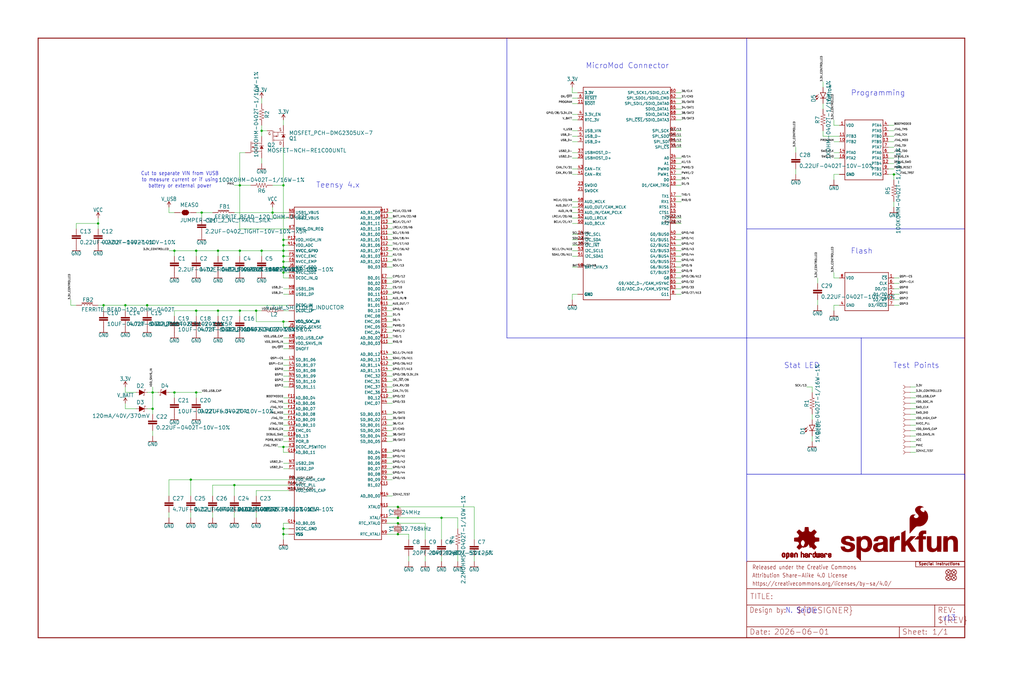
<source format=kicad_sch>
(kicad_sch (version 20231120) (generator "eeschema") (generator_version "8.0")
  (paper "User" 477.19 317.906)
  (lib_symbols
    (symbol "MicroMod-Teensy-Lockable-eagle-import:0.22UF-0402T-10V-10%"
      (property "Reference" "C" (at 1.524 2.921 0))
      (symbol "0.22UF-0402T-10V-10%_1_0"
        (pin passive line (at 0 5.08 270) (length 2.54) (name "1") (number "1"))
        (pin passive line (at 0 -2.54 90) (length 2.54) (name "2") (number "2"))
      )
    )
    (symbol "MicroMod-Teensy-Lockable-eagle-import:100KOHM-0402T-1/16W-1%"
      (property "Reference" "R" (at 0 1.524 0))
      (symbol "100KOHM-0402T-1/16W-1%_1_0"
        (pin passive line (at -5.08 0 0) (length 2.54) (name "1") (number "1"))
        (pin passive line (at 5.08 0 180) (length 2.54) (name "2") (number "2"))
      )
    )
    (symbol "MicroMod-Teensy-Lockable-eagle-import:10NF-0402T-25V-10%"
      (property "Reference" "C" (at 1.524 2.921 0))
      (symbol "10NF-0402T-25V-10%_1_0"
        (pin passive line (at 0 5.08 270) (length 2.54) (name "1") (number "1"))
        (pin passive line (at 0 -2.54 90) (length 2.54) (name "2") (number "2"))
      )
    )
    (symbol "MicroMod-Teensy-Lockable-eagle-import:10UF-0402T-6.3V-20%"
      (property "Reference" "C" (at 1.524 2.921 0))
      (symbol "10UF-0402T-6.3V-20%_1_0"
        (pin passive line (at 0 5.08 270) (length 2.54) (name "1") (number "1"))
        (pin passive line (at 0 -2.54 90) (length 2.54) (name "2") (number "2"))
      )
    )
    (symbol "MicroMod-Teensy-Lockable-eagle-import:12PF-0402T-50V-5%"
      (property "Reference" "C" (at 1.524 2.921 0))
      (symbol "12PF-0402T-50V-5%_1_0"
        (pin passive line (at 0 5.08 270) (length 2.54) (name "1") (number "1"))
        (pin passive line (at 0 -2.54 90) (length 2.54) (name "2") (number "2"))
      )
    )
    (symbol "MicroMod-Teensy-Lockable-eagle-import:1KOHM-0402T-1/16W-1%"
      (property "Reference" "R" (at 0 1.524 0))
      (symbol "1KOHM-0402T-1/16W-1%_1_0"
        (pin passive line (at -5.08 0 0) (length 2.54) (name "1") (number "1"))
        (pin passive line (at 5.08 0 180) (length 2.54) (name "2") (number "2"))
      )
    )
    (symbol "MicroMod-Teensy-Lockable-eagle-import:2.2MOHMS-0402T-1/10W-1%"
      (property "Reference" "R" (at 0 1.524 0))
      (symbol "2.2MOHMS-0402T-1/10W-1%_1_0"
        (pin passive line (at -5.08 0 0) (length 2.54) (name "1") (number "1"))
        (pin passive line (at 5.08 0 180) (length 2.54) (name "2") (number "2"))
      )
    )
    (symbol "MicroMod-Teensy-Lockable-eagle-import:2.2UF-0402_TIGHT-10V-10%-X5R"
      (property "Reference" "C" (at 1.524 2.921 0))
      (symbol "2.2UF-0402_TIGHT-10V-10%-X5R_1_0"
        (pin passive line (at 0 5.08 270) (length 2.54) (name "1") (number "1"))
        (pin passive line (at 0 -2.54 90) (length 2.54) (name "2") (number "2"))
      )
    )
    (symbol "MicroMod-Teensy-Lockable-eagle-import:20PF-0402T-50V-5%"
      (property "Reference" "C" (at 1.524 2.921 0))
      (symbol "20PF-0402T-50V-5%_1_0"
        (pin passive line (at 0 5.08 270) (length 2.54) (name "1") (number "1"))
        (pin passive line (at 0 -2.54 90) (length 2.54) (name "2") (number "2"))
      )
    )
    (symbol "MicroMod-Teensy-Lockable-eagle-import:3.3V" (power)
      (symbol "3.3V_1_0"
        (pin power_in line (at 0 0 90) (length 2.54) (name "3.3V") (number "1"))
      )
    )
    (symbol "MicroMod-Teensy-Lockable-eagle-import:4.7UF-0402_TIGHT-6.3V-20%-X5R"
      (property "Reference" "C" (at 1.524 2.921 0))
      (symbol "4.7UF-0402_TIGHT-6.3V-20%-X5R_1_0"
        (pin passive line (at 0 5.08 270) (length 2.54) (name "1") (number "1"))
        (pin passive line (at 0 -2.54 90) (length 2.54) (name "2") (number "2"))
      )
    )
    (symbol "MicroMod-Teensy-Lockable-eagle-import:4.7μH_SHIELDED_INDUCTOR"
      (property "Reference" "L" (at 1.27 2.54 0))
      (symbol "4.7μH_SHIELDED_INDUCTOR_1_0"
        (pin passive line (at 0 5.08 270) (length 2.54) (name "1") (number "1"))
        (pin passive line (at 0 -5.08 90) (length 2.54) (name "2") (number "2"))
      )
    )
    (symbol "MicroMod-Teensy-Lockable-eagle-import:CRYSTAL-24MHZ-SMD-2.0X1.6MM"
      (property "Reference" "Y" (at 0 2.032 0))
      (symbol "CRYSTAL-24MHZ-SMD-2.0X1.6MM_1_0"
        (text "1" (at -2.159 -1.143 0) (effects (font (size 0.8636 0.734)) (justify left bottom)))
        (text "2" (at 1.524 -1.143 0) (effects (font (size 0.8636 0.734)) (justify left bottom)))
        (pin passive line (at -2.54 0 0) (length 0) (name "1") (number "1"))
        (pin passive line (at 2.54 0 180) (length 0) (name "2") (number "3"))
      )
    )
    (symbol "MicroMod-Teensy-Lockable-eagle-import:CRYSTAL-32.768KHZSMD-3.2X1.5"
      (property "Reference" "Y" (at 0 2.032 0))
      (symbol "CRYSTAL-32.768KHZSMD-3.2X1.5_1_0"
        (text "1" (at -2.159 -1.143 0) (effects (font (size 0.8636 0.734)) (justify left bottom)))
        (text "2" (at 1.524 -1.143 0) (effects (font (size 0.8636 0.734)) (justify left bottom)))
        (pin passive line (at -2.54 0 0) (length 0) (name "1") (number "P$1"))
        (pin passive line (at 2.54 0 180) (length 0) (name "2") (number "P$2"))
      )
    )
    (symbol "MicroMod-Teensy-Lockable-eagle-import:DIODE-SCHOTTKY-RB751S40"
      (property "Reference" "D" (at -2.54 2.032 0))
      (symbol "DIODE-SCHOTTKY-RB751S40_1_0"
        (pin passive line (at -2.54 0 0) (length 0) (name "A") (number "A"))
        (pin passive line (at 2.54 0 180) (length 0) (name "C") (number "C"))
      )
    )
    (symbol "MicroMod-Teensy-Lockable-eagle-import:FERRITE_BEAD-120_OHM-0402T"
      (property "Reference" "FB" (at 1.27 2.54 0))
      (symbol "FERRITE_BEAD-120_OHM-0402T_1_0"
        (pin passive line (at 0 5.08 270) (length 2.54) (name "1") (number "1"))
        (pin passive line (at 0 -5.08 90) (length 2.54) (name "2") (number "2"))
      )
    )
    (symbol "MicroMod-Teensy-Lockable-eagle-import:FIDUCIALUFIDUCIAL")
    (symbol "MicroMod-Teensy-Lockable-eagle-import:FRAME-LEDGER"
      (symbol "FRAME-LEDGER_2_0"
        (text "${#}/${##}" (at 86.36 1.27 0) (effects (font (size 2.54 2.54)) (justify left bottom)))
        (text "${CURRENT_DATE}" (at 12.7 1.27 0) (effects (font (size 2.54 2.54)) (justify left bottom)))
        (text "${DESIGNER}" (at 23.114 11.176 0) (effects (font (size 2.7432 2.7432)) (justify left bottom)))
        (text "${PROJECTNAME}" (at 15.494 17.78 0) (effects (font (size 2.7432 2.7432)) (justify left bottom)))
        (text "${REV}" (at 88.9 6.604 0) (effects (font (size 2.7432 2.7432)) (justify left bottom)))
        (text "Attribution Share-Alike 4.0 License" (at 2.54 27.94 0) (effects (font (size 1.9304 1.6408)) (justify left bottom)))
        (text "Date:" (at 1.27 1.27 0) (effects (font (size 2.54 2.54)) (justify left bottom)))
        (text "Design by:" (at 1.27 11.43 0) (effects (font (size 2.54 2.159)) (justify left bottom)))
        (text "https://creativecommons.org/licenses/by-sa/4.0/" (at 2.54 24.13 0) (effects (font (size 1.9304 1.6408)) (justify left bottom)))
        (text "Released under the Creative Commons" (at 2.54 31.75 0) (effects (font (size 1.9304 1.6408)) (justify left bottom)))
        (text "REV:" (at 88.9 11.43 0) (effects (font (size 2.54 2.54)) (justify left bottom)))
        (text "Sheet:" (at 72.39 1.27 0) (effects (font (size 2.54 2.54)) (justify left bottom)))
        (text "TITLE:" (at 1.524 17.78 0) (effects (font (size 2.54 2.54)) (justify left bottom)))
      )
    )
    (symbol "MicroMod-Teensy-Lockable-eagle-import:GND" (power)
      (symbol "GND_1_0"
        (pin power_in line (at 0 2.54 270) (length 2.54) (name "GND") (number "1"))
      )
    )
    (symbol "MicroMod-Teensy-Lockable-eagle-import:IMXRT1062DV10X10"
      (symbol "IMXRT1062DV10X10_1_0"
        (pin bidirectional line (at -22.86 -76.2 0) (length 2.54) (name "VSS") (number "A1"))
        (pin bidirectional line (at 22.86 35.56 180) (length 2.54) (name "B0_11") (number "A10"))
        (pin bidirectional line (at 22.86 33.02 180) (length 2.54) (name "B1_00") (number "A11"))
        (pin bidirectional line (at -22.86 -76.2 0) (length 2.54) (name "VSS") (number "A14"))
        (pin bidirectional line (at 22.86 -43.18 180) (length 2.54) (name "B0_06") (number "A8"))
        (pin bidirectional line (at 22.86 -45.72 180) (length 2.54) (name "B0_07") (number "A9"))
        (pin bidirectional line (at -22.86 -76.2 0) (length 2.54) (name "VSS") (number "B10"))
        (pin bidirectional line (at 22.86 30.48 180) (length 2.54) (name "B1_01") (number "B11"))
        (pin bidirectional line (at -22.86 -76.2 0) (length 2.54) (name "VSS") (number "B5"))
        (pin bidirectional line (at 22.86 -40.64 180) (length 2.54) (name "B0_05") (number "B8"))
        (pin bidirectional line (at 22.86 -48.26 180) (length 2.54) (name "B0_08") (number "B9"))
        (pin bidirectional line (at 22.86 -12.7 180) (length 2.54) (name "B0_12") (number "C10"))
        (pin bidirectional line (at 22.86 -53.34 180) (length 2.54) (name "B1_02") (number "C11"))
        (pin bidirectional line (at 22.86 -10.16 180) (length 2.54) (name "EMC_36") (number "C3"))
        (pin bidirectional line (at 22.86 -5.08 180) (length 2.54) (name "EMC_31") (number "C5"))
        (pin bidirectional line (at 22.86 -38.1 180) (length 2.54) (name "B0_04") (number "C8"))
        (pin bidirectional line (at 22.86 -50.8 180) (length 2.54) (name "B0_09") (number "C9"))
        (pin bidirectional line (at -22.86 -30.48 0) (length 2.54) (name "B0_13") (number "D10"))
        (pin bidirectional line (at 22.86 -2.54 180) (length 2.54) (name "EMC_32") (number "D5"))
        (pin bidirectional line (at 22.86 38.1 180) (length 2.54) (name "B0_00") (number "D7"))
        (pin bidirectional line (at 22.86 48.26 180) (length 2.54) (name "B0_03") (number "D8"))
        (pin bidirectional line (at 22.86 27.94 180) (length 2.54) (name "B0_10") (number "D9"))
        (pin bidirectional line (at -22.86 -76.2 0) (length 2.54) (name "VSS") (number "E13"))
        (pin bidirectional line (at -22.86 -15.24 0) (length 2.54) (name "AD_B0_06") (number "E14"))
        (pin bidirectional line (at -22.86 -76.2 0) (length 2.54) (name "VSS") (number "E2"))
        (pin bidirectional line (at 22.86 -7.62 180) (length 2.54) (name "EMC_37") (number "E4"))
        (pin bidirectional line (at -22.86 50.8 0) (length 2.54) (name "NVCC_EMP") (number "E6"))
        (pin bidirectional line (at 22.86 43.18 180) (length 2.54) (name "B0_01") (number "E7"))
        (pin bidirectional line (at 22.86 40.64 180) (length 2.54) (name "B0_02") (number "E8"))
        (pin bidirectional line (at -22.86 55.88 0) (length 2.54) (name "NVCC_GPIO") (number "E9"))
        (pin bidirectional line (at -22.86 55.88 0) (length 2.54) (name "NVCC_GPIO") (number "F10"))
        (pin bidirectional line (at -22.86 -12.7 0) (length 2.54) (name "AD_B0_04") (number "F11"))
        (pin bidirectional line (at -22.86 -17.78 0) (length 2.54) (name "AD_B0_07") (number "F12"))
        (pin bidirectional line (at -22.86 -20.32 0) (length 2.54) (name "AD_B0_08") (number "F13"))
        (pin bidirectional line (at -22.86 -22.86 0) (length 2.54) (name "AD_B0_09") (number "F14"))
        (pin bidirectional line (at 22.86 17.78 180) (length 2.54) (name "EMC_04") (number "F2"))
        (pin bidirectional line (at -22.86 -27.94 0) (length 2.54) (name "EMC_01") (number "F3"))
        (pin bidirectional line (at -22.86 53.34 0) (length 2.54) (name "NVCC_EMC") (number "F5"))
        (pin bidirectional line (at -22.86 22.86 0) (length 2.54) (name "VDD_SOC_IN") (number "F6"))
        (pin bidirectional line (at -22.86 22.86 0) (length 2.54) (name "VDD_SOC_IN") (number "F7"))
        (pin bidirectional line (at -22.86 22.86 0) (length 2.54) (name "VDD_SOC_IN") (number "F8"))
        (pin bidirectional line (at -22.86 22.86 0) (length 2.54) (name "VDD_SOC_IN") (number "F9"))
        (pin bidirectional line (at -22.86 -38.1 0) (length 2.54) (name "AD_B0_11") (number "G10"))
        (pin bidirectional line (at 22.86 12.7 180) (length 2.54) (name "AD_B0_03") (number "G11"))
        (pin bidirectional line (at 22.86 2.54 180) (length 2.54) (name "AD_B1_14") (number "G12"))
        (pin bidirectional line (at -22.86 -25.4 0) (length 2.54) (name "AD_B0_10") (number "G13"))
        (pin bidirectional line (at -22.86 -71.12 0) (length 2.54) (name "AD_B0_05") (number "G14"))
        (pin bidirectional line (at 22.86 20.32 180) (length 2.54) (name "EMC_05") (number "G5"))
        (pin bidirectional line (at -22.86 22.86 0) (length 2.54) (name "VDD_SOC_IN") (number "G6"))
        (pin bidirectional line (at -22.86 -76.2 0) (length 2.54) (name "VSS") (number "G7"))
        (pin bidirectional line (at -22.86 -76.2 0) (length 2.54) (name "VSS") (number "G8"))
        (pin bidirectional line (at -22.86 22.86 0) (length 2.54) (name "VDD_SOC_IN") (number "G9"))
        (pin bidirectional line (at 22.86 71.12 180) (length 2.54) (name "AD_B1_08") (number "H13"))
        (pin bidirectional line (at 22.86 -30.48 180) (length 2.54) (name "SD_B0_04") (number "H2"))
        (pin bidirectional line (at 22.86 25.4 180) (length 2.54) (name "EMC_08") (number "H3"))
        (pin bidirectional line (at 22.86 -15.24 180) (length 2.54) (name "EMC_07") (number "H4"))
        (pin bidirectional line (at 22.86 22.86 180) (length 2.54) (name "EMC_06") (number "H5"))
        (pin bidirectional line (at -22.86 22.86 0) (length 2.54) (name "VDD_SOC_IN") (number "H6"))
        (pin bidirectional line (at -22.86 -76.2 0) (length 2.54) (name "VSS") (number "H7"))
        (pin bidirectional line (at -22.86 -76.2 0) (length 2.54) (name "VSS") (number "H8"))
        (pin bidirectional line (at -22.86 22.86 0) (length 2.54) (name "VDD_SOC_IN") (number "H9"))
        (pin bidirectional line (at 22.86 -22.86 180) (length 2.54) (name "SD_B0_02") (number "J1"))
        (pin bidirectional line (at -22.86 55.88 0) (length 2.54) (name "NVCC_GPIO") (number "J10"))
        (pin bidirectional line (at 22.86 63.5 180) (length 2.54) (name "AD_B1_00") (number "J11"))
        (pin bidirectional line (at 22.86 58.42 180) (length 2.54) (name "AD_B1_06") (number "J12"))
        (pin bidirectional line (at 22.86 68.58 180) (length 2.54) (name "AD_B1_11") (number "J13"))
        (pin bidirectional line (at 22.86 0 180) (length 2.54) (name "AD_B1_15") (number "J14"))
        (pin bidirectional line (at 22.86 -33.02 180) (length 2.54) (name "SD_B0_05") (number "J2"))
        (pin bidirectional line (at 22.86 -25.4 180) (length 2.54) (name "SD_B0_01") (number "J3"))
        (pin bidirectional line (at 22.86 -27.94 180) (length 2.54) (name "SD_B0_00") (number "J4"))
        (pin bidirectional line (at -22.86 20.32 0) (length 2.54) (name "DCDC_SENSE") (number "J5"))
        (pin bidirectional line (at -22.86 48.26 0) (length 2.54) (name "NVCC_SD0") (number "J6"))
        (pin bidirectional line (at -22.86 -76.2 0) (length 2.54) (name "VSS") (number "J7"))
        (pin bidirectional line (at -22.86 -76.2 0) (length 2.54) (name "VSS") (number "J8"))
        (pin bidirectional line (at -22.86 22.86 0) (length 2.54) (name "VDD_SOC_IN") (number "J9"))
        (pin bidirectional line (at 22.86 -20.32 180) (length 2.54) (name "SD_B0_03") (number "K1"))
        (pin bidirectional line (at 22.86 55.88 180) (length 2.54) (name "AD_B1_07") (number "K10"))
        (pin bidirectional line (at 22.86 60.96 180) (length 2.54) (name "AD_B1_01") (number "K11"))
        (pin bidirectional line (at -22.86 -76.2 0) (length 2.54) (name "VSS") (number "K13"))
        (pin bidirectional line (at 22.86 7.62 180) (length 2.54) (name "AD_B0_12") (number "K14"))
        (pin bidirectional line (at -22.86 -76.2 0) (length 2.54) (name "VSS") (number "K2"))
        (pin bidirectional line (at -22.86 -35.56 0) (length 2.54) (name "DCDC_PSWITCH") (number "K3"))
        (pin bidirectional line (at -22.86 43.18 0) (length 2.54) (name "DCDC_IN_Q") (number "K4"))
        (pin bidirectional line (at -22.86 45.72 0) (length 2.54) (name "NVCC_SD1") (number "K5"))
        (pin bidirectional line (at -22.86 -76.2 0) (length 2.54) (name "VSS") (number "K6"))
        (pin bidirectional line (at -22.86 66.04 0) (length 2.54) (name "PMIC_ON_REQ") (number "K7"))
        (pin bidirectional line (at -22.86 15.24 0) (length 2.54) (name "VDD_USB_CAP") (number "K8"))
        (pin bidirectional line (at -22.86 -76.2 0) (length 2.54) (name "VSS") (number "K9"))
        (pin bidirectional line (at -22.86 30.48 0) (length 2.54) (name "DCDC_IN") (number "L1"))
        (pin bidirectional line (at 22.86 50.8 180) (length 2.54) (name "AD_B1_02") (number "L11"))
        (pin bidirectional line (at 22.86 66.04 180) (length 2.54) (name "AD_B1_10") (number "L13"))
        (pin bidirectional line (at 22.86 5.08 180) (length 2.54) (name "AD_B0_13") (number "L14"))
        (pin bidirectional line (at -22.86 30.48 0) (length 2.54) (name "DCDC_IN") (number "L2"))
        (pin bidirectional line (at -22.86 5.08 0) (length 2.54) (name "SD_B1_06") (number "L3"))
        (pin bidirectional line (at -22.86 2.54 0) (length 2.54) (name "SD_B1_07") (number "L4"))
        (pin bidirectional line (at -22.86 35.56 0) (length 2.54) (name "USB1_DP") (number "L8"))
        (pin bidirectional line (at -22.86 -76.2 0) (length 2.54) (name "VSS") (number "L9"))
        (pin bidirectional line (at -22.86 27.94 0) (length 2.54) (name "DCDC_LP") (number "M1"))
        (pin bidirectional line (at -22.86 -55.88 0) (length 2.54) (name "VDD_SNVS_CAP") (number "M10"))
        (pin bidirectional line (at 22.86 15.24 180) (length 2.54) (name "AD_B0_02") (number "M11"))
        (pin bidirectional line (at 22.86 53.34 180) (length 2.54) (name "AD_B1_03") (number "M12"))
        (pin bidirectional line (at 22.86 73.66 180) (length 2.54) (name "AD_B1_09") (number "M13"))
        (pin bidirectional line (at 22.86 -58.42 180) (length 2.54) (name "AD_B0_00") (number "M14"))
        (pin bidirectional line (at -22.86 27.94 0) (length 2.54) (name "DCDC_LP") (number "M2"))
        (pin bidirectional line (at -22.86 10.16 0) (length 2.54) (name "ONOFF") (number "M6"))
        (pin bidirectional line (at -22.86 -33.02 0) (length 2.54) (name "POR_B") (number "M7"))
        (pin bidirectional line (at -22.86 38.1 0) (length 2.54) (name "USB1_DN") (number "M8"))
        (pin bidirectional line (at -22.86 12.7 0) (length 2.54) (name "VDD_SNVS_IN") (number "M9"))
        (pin bidirectional line (at -22.86 -73.66 0) (length 2.54) (name "DCDC_GND") (number "N1"))
        (pin bidirectional line (at 22.86 -63.5 180) (length 2.54) (name "XTALO") (number "N11"))
        (pin bidirectional line (at -22.86 58.42 0) (length 2.54) (name "VDD_ADC") (number "N14"))
        (pin bidirectional line (at -22.86 -73.66 0) (length 2.54) (name "DCDC_GND") (number "N2"))
        (pin bidirectional line (at -22.86 -2.54 0) (length 2.54) (name "SD_B1_09") (number "N4"))
        (pin bidirectional line (at -22.86 -76.2 0) (length 2.54) (name "VSS") (number "N5"))
        (pin bidirectional line (at -22.86 73.66 0) (length 2.54) (name "USB1_VBUS") (number "N6"))
        (pin bidirectional line (at -22.86 -43.18 0) (length 2.54) (name "USB2_DN") (number "N7"))
        (pin bidirectional line (at -22.86 -76.2 0) (length 2.54) (name "VSS") (number "N8"))
        (pin bidirectional line (at 22.86 -76.2 180) (length 2.54) (name "RTC_XTALI") (number "N9"))
        (pin bidirectional line (at -22.86 -76.2 0) (length 2.54) (name "VSS") (number "P1"))
        (pin bidirectional line (at -22.86 -53.34 0) (length 2.54) (name "NVCC_PLL") (number "P10"))
        (pin bidirectional line (at 22.86 -68.58 180) (length 2.54) (name "XTALI") (number "P11"))
        (pin bidirectional line (at -22.86 60.96 0) (length 2.54) (name "VDD_HIGH_IN") (number "P12"))
        (pin bidirectional line (at -22.86 -76.2 0) (length 2.54) (name "VSS") (number "P14"))
        (pin bidirectional line (at -22.86 0 0) (length 2.54) (name "SD_B1_08") (number "P3"))
        (pin bidirectional line (at -22.86 -5.08 0) (length 2.54) (name "SD_B1_10") (number "P4"))
        (pin bidirectional line (at -22.86 -7.62 0) (length 2.54) (name "SD_B1_11") (number "P5"))
        (pin bidirectional line (at -22.86 71.12 0) (length 2.54) (name "USB2_VBUS") (number "P6"))
        (pin bidirectional line (at -22.86 -45.72 0) (length 2.54) (name "USB2_DP") (number "P7"))
        (pin bidirectional line (at -22.86 -50.8 0) (length 2.54) (name "VDD_HIGH_CAP") (number "P8"))
        (pin bidirectional line (at 22.86 -71.12 180) (length 2.54) (name "RTC_XTALO") (number "P9"))
      )
    )
    (symbol "MicroMod-Teensy-Lockable-eagle-import:JUMPER-SMT_2_NC_TRACE_SILK"
      (property "Reference" "JP" (at -2.54 2.54 0))
      (symbol "JUMPER-SMT_2_NC_TRACE_SILK_1_0"
        (pin passive line (at -5.08 0 0) (length 2.54) (name "1") (number "1"))
        (pin passive line (at 5.08 0 180) (length 2.54) (name "2") (number "2"))
      )
    )
    (symbol "MicroMod-Teensy-Lockable-eagle-import:LED-BLUE0603"
      (property "Reference" "D" (at -3.429 -4.572 90))
      (symbol "LED-BLUE0603_1_0"
        (pin passive line (at 0 2.54 270) (length 2.54) (name "A") (number "A"))
        (pin passive line (at 0 -5.08 90) (length 2.54) (name "C") (number "C"))
      )
    )
    (symbol "MicroMod-Teensy-Lockable-eagle-import:LED-YELLOW0603"
      (property "Reference" "D" (at -3.429 -4.572 90))
      (symbol "LED-YELLOW0603_1_0"
        (pin passive line (at 0 2.54 270) (length 2.54) (name "A") (number "A"))
        (pin passive line (at 0 -5.08 90) (length 2.54) (name "C") (number "C"))
      )
    )
    (symbol "MicroMod-Teensy-Lockable-eagle-import:MICROMOD-2222"
      (symbol "MICROMOD-2222_1_0"
        (pin bidirectional line (at -22.86 -43.18 0) (length 2.54) (name "GND") (number "1"))
        (pin bidirectional line (at 22.86 10.16 180) (length 2.54) (name "D0") (number "10"))
        (pin bidirectional line (at -22.86 45.72 0) (length 2.54) (name "~{BOOT}") (number "11"))
        (pin bidirectional line (at -22.86 -17.78 0) (length 2.54) (name "I2C_SDA") (number "12"))
        (pin bidirectional line (at 22.86 -2.54 180) (length 2.54) (name "RTS1") (number "13"))
        (pin bidirectional line (at -22.86 -15.24 0) (length 2.54) (name "I2C_SCL") (number "14"))
        (pin bidirectional line (at 22.86 -5.08 180) (length 2.54) (name "CTS1") (number "15"))
        (pin bidirectional line (at -22.86 -20.32 0) (length 2.54) (name "I2C_~{INT}") (number "16"))
        (pin bidirectional line (at 22.86 2.54 180) (length 2.54) (name "TX1") (number "17"))
        (pin bidirectional line (at 22.86 7.62 180) (length 2.54) (name "D1/CAM_TRIG") (number "18"))
        (pin bidirectional line (at 22.86 0 180) (length 2.54) (name "RX1") (number "19"))
        (pin bidirectional line (at -22.86 50.8 0) (length 2.54) (name "3.3V") (number "2"))
        (pin bidirectional line (at 22.86 -10.16 180) (length 2.54) (name "RX2") (number "20"))
        (pin bidirectional line (at -22.86 5.08 0) (length 2.54) (name "SWDCK") (number "21"))
        (pin bidirectional line (at 22.86 -7.62 180) (length 2.54) (name "TX2") (number "22"))
        (pin bidirectional line (at -22.86 7.62 0) (length 2.54) (name "SWDIO") (number "23"))
        (pin bidirectional line (at -22.86 27.94 0) (length 2.54) (name "USB_D+") (number "3"))
        (pin bidirectional line (at 22.86 15.24 180) (length 2.54) (name "PWM0") (number "32"))
        (pin bidirectional line (at -22.86 -43.18 0) (length 2.54) (name "GND") (number "33"))
        (pin bidirectional line (at 22.86 20.32 180) (length 2.54) (name "A0") (number "34"))
        (pin bidirectional line (at -22.86 20.32 0) (length 2.54) (name "USBHOST_D+") (number "35"))
        (pin bidirectional line (at -22.86 -43.18 0) (length 2.54) (name "GND") (number "36"))
        (pin bidirectional line (at -22.86 22.86 0) (length 2.54) (name "USBHOST_D-") (number "37"))
        (pin bidirectional line (at 22.86 17.78 180) (length 2.54) (name "A1") (number "38"))
        (pin bidirectional line (at -22.86 -43.18 0) (length 2.54) (name "GND") (number "39"))
        (pin bidirectional line (at -22.86 40.64 0) (length 2.54) (name "3.3V_EN") (number "4"))
        (pin bidirectional line (at 22.86 -15.24 180) (length 2.54) (name "G0/BUS0") (number "40"))
        (pin bidirectional line (at -22.86 12.7 0) (length 2.54) (name "CAN-RX") (number "41"))
        (pin bidirectional line (at 22.86 -17.78 180) (length 2.54) (name "G1/BUS1") (number "42"))
        (pin bidirectional line (at -22.86 15.24 0) (length 2.54) (name "CAN-TX") (number "43"))
        (pin bidirectional line (at 22.86 -20.32 180) (length 2.54) (name "G2/BUS2") (number "44"))
        (pin bidirectional line (at -22.86 -43.18 0) (length 2.54) (name "GND") (number "45"))
        (pin bidirectional line (at 22.86 -22.86 180) (length 2.54) (name "G3/BUS3") (number "46"))
        (pin bidirectional line (at 22.86 12.7 180) (length 2.54) (name "PWM1") (number "47"))
        (pin bidirectional line (at 22.86 -25.4 180) (length 2.54) (name "G4/BUS4") (number "48"))
        (pin bidirectional line (at -22.86 -30.48 0) (length 2.54) (name "BATT_VIN/3") (number "49"))
        (pin bidirectional line (at -22.86 30.48 0) (length 2.54) (name "USB_D-") (number "5"))
        (pin bidirectional line (at -22.86 -10.16 0) (length 2.54) (name "AUD_BCLK") (number "50"))
        (pin bidirectional line (at -22.86 -25.4 0) (length 2.54) (name "I2C_SDA1") (number "51"))
        (pin bidirectional line (at -22.86 -7.62 0) (length 2.54) (name "AUD_LRCLK") (number "52"))
        (pin bidirectional line (at -22.86 -22.86 0) (length 2.54) (name "I2C_SCL1") (number "53"))
        (pin bidirectional line (at -22.86 -5.08 0) (length 2.54) (name "AUD_IN/CAM_PCLK") (number "54"))
        (pin bidirectional line (at 22.86 25.4 180) (length 2.54) (name "SPI_~{CS}") (number "55"))
        (pin bidirectional line (at -22.86 -2.54 0) (length 2.54) (name "AUD_OUT/CAM_MCLK") (number "56"))
        (pin bidirectional line (at 22.86 33.02 180) (length 2.54) (name "SPI_SCK") (number "57"))
        (pin bidirectional line (at -22.86 0 0) (length 2.54) (name "AUD_MCLK") (number "58"))
        (pin bidirectional line (at 22.86 30.48 180) (length 2.54) (name "SPI_SDO") (number "59"))
        (pin bidirectional line (at -22.86 48.26 0) (length 2.54) (name "~{RESET}") (number "6"))
        (pin bidirectional line (at 22.86 50.8 180) (length 2.54) (name "SPI_SCK1/SDIO_CLK") (number "60"))
        (pin bidirectional line (at 22.86 27.94 180) (length 2.54) (name "SPI_SDI") (number "61"))
        (pin bidirectional line (at 22.86 48.26 180) (length 2.54) (name "SPI_SDO1/SDIO_CMD") (number "62"))
        (pin bidirectional line (at 22.86 -40.64 180) (length 2.54) (name "G10/ADC_D+/CAM_VSYNC") (number "63"))
        (pin bidirectional line (at 22.86 45.72 180) (length 2.54) (name "SPI_SDI1/SDIO_DATA0") (number "64"))
        (pin bidirectional line (at 22.86 -38.1 180) (length 2.54) (name "G9/ADC_D-/CAM_HSYNC") (number "65"))
        (pin bidirectional line (at 22.86 43.18 180) (length 2.54) (name "SDIO_DATA1") (number "66"))
        (pin bidirectional line (at 22.86 -35.56 180) (length 2.54) (name "G8") (number "67"))
        (pin bidirectional line (at 22.86 40.64 180) (length 2.54) (name "SDIO_DATA2") (number "68"))
        (pin bidirectional line (at 22.86 -33.02 180) (length 2.54) (name "G7/BUS7") (number "69"))
        (pin bidirectional line (at -22.86 -43.18 0) (length 2.54) (name "GND") (number "7"))
        (pin bidirectional line (at 22.86 38.1 180) (length 2.54) (name "SPI_~{CS1}/SDIO_DATA3") (number "70"))
        (pin bidirectional line (at 22.86 -30.48 180) (length 2.54) (name "G6/BUS6") (number "71"))
        (pin bidirectional line (at -22.86 38.1 0) (length 2.54) (name "RTC_3V") (number "72"))
        (pin bidirectional line (at 22.86 -27.94 180) (length 2.54) (name "G5/BUS5") (number "73"))
        (pin bidirectional line (at -22.86 50.8 0) (length 2.54) (name "3.3V") (number "74"))
        (pin bidirectional line (at -22.86 -43.18 0) (length 2.54) (name "GND") (number "75"))
        (pin bidirectional line (at 22.86 -43.18 180) (length 2.54) (name "G11") (number "8"))
        (pin bidirectional line (at -22.86 33.02 0) (length 2.54) (name "USB_VIN") (number "9"))
        (pin bidirectional line (at -22.86 -43.18 0) (length 2.54) (name "GND") (number "GND1"))
        (pin bidirectional line (at -22.86 -43.18 0) (length 2.54) (name "GND") (number "GND2"))
        (pin bidirectional line (at -22.86 -43.18 0) (length 2.54) (name "GND") (number "GND3"))
      )
    )
    (symbol "MicroMod-Teensy-Lockable-eagle-import:MKL02Z32VFG4QFN-16"
      (symbol "MKL02Z32VFG4QFN-16_1_0"
        (pin bidirectional line (at -10.16 10.16 0) (length 2.54) (name "VDD") (number "1"))
        (pin bidirectional line (at -10.16 2.54 0) (length 2.54) (name "PTB2") (number "10"))
        (pin bidirectional line (at -10.16 5.08 0) (length 2.54) (name "PTB3") (number "11"))
        (pin bidirectional line (at 12.7 -7.62 180) (length 2.54) (name "PTB4") (number "12"))
        (pin bidirectional line (at 12.7 2.54 180) (length 2.54) (name "PTB5") (number "13"))
        (pin bidirectional line (at -10.16 -2.54 0) (length 2.54) (name "PTA0") (number "14"))
        (pin bidirectional line (at 12.7 -5.08 180) (length 2.54) (name "PTA1") (number "15"))
        (pin bidirectional line (at -10.16 -5.08 0) (length 2.54) (name "PTA2") (number "16"))
        (pin bidirectional line (at -10.16 -12.7 0) (length 2.54) (name "GND") (number "17"))
        (pin bidirectional line (at -10.16 -12.7 0) (length 2.54) (name "GND") (number "2"))
        (pin bidirectional line (at 12.7 -12.7 180) (length 2.54) (name "PTA3") (number "3"))
        (pin bidirectional line (at 12.7 10.16 180) (length 2.54) (name "PTA4") (number "4"))
        (pin bidirectional line (at 12.7 7.62 180) (length 2.54) (name "PTA5") (number "5"))
        (pin bidirectional line (at 12.7 -2.54 180) (length 2.54) (name "PTA6") (number "6"))
        (pin bidirectional line (at 12.7 0 180) (length 2.54) (name "PTA7") (number "7"))
        (pin bidirectional line (at 12.7 5.08 180) (length 2.54) (name "PTB0") (number "8"))
        (pin bidirectional line (at 12.7 -10.16 180) (length 2.54) (name "PTB1") (number "9"))
      )
    )
    (symbol "MicroMod-Teensy-Lockable-eagle-import:MOSFET-NCH-RE1C00UNTL"
      (property "Reference" "Q" (at 5.08 0 0))
      (symbol "MOSFET-NCH-RE1C00UNTL_1_0"
        (pin bidirectional line (at -5.08 -2.54 0) (length 2.54) (name "G") (number "1"))
        (pin bidirectional line (at 2.54 -5.08 90) (length 2.54) (name "S") (number "2"))
        (pin bidirectional line (at 2.54 5.08 270) (length 2.54) (name "D") (number "3"))
      )
    )
    (symbol "MicroMod-Teensy-Lockable-eagle-import:MOSFET_PCH-DMG2305UX-7"
      (property "Reference" "Q" (at 5.08 0 0))
      (symbol "MOSFET_PCH-DMG2305UX-7_1_0"
        (text "D" (at 0.508 2.54 0) (effects (font (size 1.27 1.0795)) (justify left bottom)))
        (text "G" (at -3.302 -0.508 0) (effects (font (size 1.27 1.0795)) (justify right top)))
        (text "S" (at 0.508 -3.81 0) (effects (font (size 1.27 1.0795)) (justify left bottom)))
        (pin bidirectional line (at -5.08 -2.54 0) (length 2.54) (name "G") (number "1"))
        (pin bidirectional line (at 2.54 -5.08 90) (length 2.54) (name "S") (number "2"))
        (pin bidirectional line (at 2.54 5.08 270) (length 2.54) (name "D") (number "3"))
      )
    )
    (symbol "MicroMod-Teensy-Lockable-eagle-import:OSHW-LOGONO_SILK")
    (symbol "MicroMod-Teensy-Lockable-eagle-import:SFE_LOGO_NAME_FLAME.1_INCH")
    (symbol "MicroMod-Teensy-Lockable-eagle-import:SPECIAL_INSTRUCTIONS-ORDERING"
      (symbol "SPECIAL_INSTRUCTIONS-ORDERING_1_0"
        (text "Special Instructions" (at 1.27 0.6985 0) (effects (font (size 1.27 1.27) (thickness 0.254) (bold yes)) (justify left bottom)))
      )
    )
    (symbol "MicroMod-Teensy-Lockable-eagle-import:TEST-POINT3"
      (symbol "TEST-POINT3_1_0"
        (pin bidirectional line (at 0 0 180) (length 0) (name "1") (number "P$1"))
      )
    )
    (symbol "MicroMod-Teensy-Lockable-eagle-import:VCC" (power)
      (symbol "VCC_1_0"
        (pin power_in line (at 0 0 90) (length 2.54) (name "VCC") (number "1"))
      )
    )
    (symbol "MicroMod-Teensy-Lockable-eagle-import:V_BATT" (power)
      (symbol "V_BATT_1_0"
        (pin power_in line (at 0 0 90) (length 2.54) (name "V_BATT") (number "1"))
      )
    )
    (symbol "MicroMod-Teensy-Lockable-eagle-import:V_USB" (power)
      (symbol "V_USB_1_0"
        (pin power_in line (at 0 0 90) (length 2.54) (name "V_USB") (number "1"))
      )
    )
    (symbol "MicroMod-Teensy-Lockable-eagle-import:W25QXX128MBIT-6X5-SKINNY_CENTER"
      (symbol "W25QXX128MBIT-6X5-SKINNY_CENTER_1_0"
        (pin bidirectional line (at 12.7 5.08 180) (length 2.54) (name "~{CS}") (number "1"))
        (pin bidirectional line (at 12.7 -2.54 180) (length 2.54) (name "D1/DO") (number "2"))
        (pin bidirectional line (at 12.7 -5.08 180) (length 2.54) (name "D2/~{WP}") (number "3"))
        (pin bidirectional line (at -12.7 -7.62 0) (length 2.54) (name "GND") (number "4"))
        (pin bidirectional line (at 12.7 0 180) (length 2.54) (name "D0/DI") (number "5"))
        (pin bidirectional line (at 12.7 2.54 180) (length 2.54) (name "CLK") (number "6"))
        (pin bidirectional line (at 12.7 -7.62 180) (length 2.54) (name "D3/~{HOLD}") (number "7"))
        (pin bidirectional line (at -12.7 5.08 0) (length 2.54) (name "VDD") (number "8"))
      )
    )
  )
  (junction (at 132.08 246.38))
  (junction (at 91.44 182.88))
  (junction (at 71.12 190.5))
  (junction (at 101.6 144.78))
  (junction (at 121.92 60.96))
  (junction (at 132.08 208.28))
  (junction (at 121.92 116.84))
  (junction (at 132.08 124.46))
  (junction (at 185.42 243.84))
  (junction (at 109.22 226.06))
  (junction (at 132.08 248.92))
  (junction (at 132.08 114.3))
  (junction (at 132.08 149.86))
  (junction (at 71.12 182.88))
  (junction (at 45.72 104.14))
  (junction (at 132.08 111.76))
  (junction (at 185.42 248.92))
  (junction (at 132.08 86.36))
  (junction (at 132.08 119.38))
  (junction (at 48.26 142.24))
  (junction (at 185.42 236.22))
  (junction (at 81.28 182.88))
  (junction (at 132.08 116.84))
  (junction (at 132.08 127))
  (junction (at 111.76 116.84))
  (junction (at 101.6 116.84))
  (junction (at 58.42 142.24))
  (junction (at 127 99.06))
  (junction (at 111.76 144.78))
  (junction (at 93.98 99.06))
  (junction (at 81.28 116.84))
  (junction (at 91.44 116.84))
  (junction (at 416.56 81.28))
  (junction (at 68.58 142.24))
  (junction (at 111.76 86.36))
  (junction (at 119.38 144.78))
  (junction (at 132.08 121.92))
  (junction (at 88.9 223.52))
  (junction (at 205.74 241.3))
  (junction (at 185.42 241.3))
  (junction (at 91.44 144.78))
  (wire (pts (xy 134.62 152.4) (xy 132.08 152.4)) (stroke (width 0.1524)))
  (wire (pts (xy 116.84 86.36) (xy 111.76 86.36)) (stroke (width 0.1524)))
  (wire (pts (xy 132.08 114.3) (xy 132.08 111.76)) (stroke (width 0.1524)))
  (wire (pts (xy 91.44 147.32) (xy 91.44 144.78)) (stroke (width 0.1524)))
  (wire (pts (xy 314.96 109.22) (xy 317.5 109.22)) (stroke (width 0.1524)))
  (wire (pts (xy 88.9 223.52) (xy 78.74 223.52)) (stroke (width 0.1524)))
  (wire (pts (xy 388.62 58.42) (xy 388.62 55.88)) (stroke (width 0.1524)))
  (wire (pts (xy 180.34 203.2) (xy 182.88 203.2)) (stroke (width 0.1524)))
  (wire (pts (xy 416.56 142.24) (xy 419.1 142.24)) (stroke (width 0.1524)))
  (wire (pts (xy 127 101.6) (xy 127 99.06)) (stroke (width 0.1524)))
  (polyline (pts (xy 347.98 106.68) (xy 449.58 106.68)) (stroke (width 0.2032) (type solid)))
  (wire (pts (xy 185.42 241.3) (xy 205.74 241.3)) (stroke (width 0.1524)))
  (polyline (pts (xy 401.32 157.48) (xy 449.58 157.48)) (stroke (width 0.2032) (type solid)))
  (wire (pts (xy 314.96 114.3) (xy 317.5 114.3)) (stroke (width 0.1524)))
  (wire (pts (xy 134.62 160.02) (xy 132.08 160.02)) (stroke (width 0.1524)))
  (wire (pts (xy 78.74 223.52) (xy 78.74 231.14)) (stroke (width 0.1524)))
  (wire (pts (xy 134.62 190.5) (xy 132.08 190.5)) (stroke (width 0.1524)))
  (wire (pts (xy 134.62 223.52) (xy 88.9 223.52)) (stroke (width 0.1524)))
  (wire (pts (xy 391.16 71.12) (xy 388.62 71.12)) (stroke (width 0.1524)))
  (wire (pts (xy 414.02 66.04) (xy 416.56 66.04)) (stroke (width 0.1524)))
  (wire (pts (xy 91.44 182.88) (xy 93.98 182.88)) (stroke (width 0.1524)))
  (wire (pts (xy 414.02 68.58) (xy 416.56 68.58)) (stroke (width 0.1524)))
  (wire (pts (xy 48.26 144.78) (xy 48.26 142.24)) (stroke (width 0.1524)))
  (wire (pts (xy 317.5 124.46) (xy 314.96 124.46)) (stroke (width 0.1524)))
  (wire (pts (xy 180.34 129.54) (xy 182.88 129.54)) (stroke (width 0.1524)))
  (wire (pts (xy 134.62 134.62) (xy 132.08 134.62)) (stroke (width 0.1524)))
  (wire (pts (xy 134.62 198.12) (xy 132.08 198.12)) (stroke (width 0.1524)))
  (wire (pts (xy 378.46 193.04) (xy 378.46 195.58)) (stroke (width 0.1524)))
  (wire (pts (xy 180.34 167.64) (xy 182.88 167.64)) (stroke (width 0.1524)))
  (polyline (pts (xy 347.98 220.98) (xy 347.98 157.48)) (stroke (width 0.2032) (type solid)))
  (wire (pts (xy 132.08 116.84) (xy 132.08 114.3)) (stroke (width 0.1524)))
  (wire (pts (xy 127 86.36) (xy 132.08 86.36)) (stroke (width 0.1524)))
  (wire (pts (xy 81.28 99.06) (xy 78.74 99.06)) (stroke (width 0.1524)))
  (wire (pts (xy 314.96 66.04) (xy 317.5 66.04)) (stroke (width 0.1524)))
  (wire (pts (xy 134.62 218.44) (xy 132.08 218.44)) (stroke (width 0.1524)))
  (wire (pts (xy 180.34 157.48) (xy 182.88 157.48)) (stroke (width 0.1524)))
  (wire (pts (xy 93.98 99.06) (xy 99.06 99.06)) (stroke (width 0.1524)))
  (wire (pts (xy 91.44 182.88) (xy 81.28 182.88)) (stroke (width 0.1524)))
  (wire (pts (xy 180.34 132.08) (xy 182.88 132.08)) (stroke (width 0.1524)))
  (wire (pts (xy 269.24 60.96) (xy 266.7 60.96)) (stroke (width 0.1524)))
  (wire (pts (xy 132.08 129.54) (xy 132.08 127)) (stroke (width 0.1524)))
  (wire (pts (xy 132.08 208.28) (xy 129.54 208.28)) (stroke (width 0.1524)))
  (wire (pts (xy 314.96 129.54) (xy 317.5 129.54)) (stroke (width 0.1524)))
  (wire (pts (xy 68.58 190.5) (xy 71.12 190.5)) (stroke (width 0.1524)))
  (wire (pts (xy 127 96.52) (xy 127 99.06)) (stroke (width 0.1524)))
  (wire (pts (xy 414.02 63.5) (xy 416.56 63.5)) (stroke (width 0.1524)))
  (wire (pts (xy 370.84 68.58) (xy 370.84 71.12)) (stroke (width 0.1524)))
  (wire (pts (xy 78.74 99.06) (xy 78.74 96.52)) (stroke (width 0.1524)))
  (wire (pts (xy 269.24 71.12) (xy 266.7 71.12)) (stroke (width 0.1524)))
  (wire (pts (xy 101.6 119.38) (xy 101.6 116.84)) (stroke (width 0.1524)))
  (polyline (pts (xy 449.58 220.98) (xy 449.58 223.52)) (stroke (width 0.2032) (type solid)))
  (wire (pts (xy 416.56 81.28) (xy 419.1 81.28)) (stroke (width 0.1524)))
  (wire (pts (xy 68.58 142.24) (xy 58.42 142.24)) (stroke (width 0.1524)))
  (wire (pts (xy 45.72 101.6) (xy 45.72 104.14)) (stroke (width 0.1524)))
  (wire (pts (xy 314.96 53.34) (xy 317.5 53.34)) (stroke (width 0.1524)))
  (polyline (pts (xy 347.98 157.48) (xy 401.32 157.48)) (stroke (width 0.2032) (type solid)))
  (wire (pts (xy 180.34 144.78) (xy 182.88 144.78)) (stroke (width 0.1524)))
  (wire (pts (xy 132.08 111.76) (xy 132.08 86.36)) (stroke (width 0.1524)))
  (wire (pts (xy 134.62 142.24) (xy 68.58 142.24)) (stroke (width 0.1524)))
  (wire (pts (xy 134.62 129.54) (xy 132.08 129.54)) (stroke (width 0.1524)))
  (wire (pts (xy 269.24 45.72) (xy 266.7 45.72)) (stroke (width 0.1524)))
  (wire (pts (xy 314.96 111.76) (xy 317.5 111.76)) (stroke (width 0.1524)))
  (wire (pts (xy 111.76 116.84) (xy 121.92 116.84)) (stroke (width 0.1524)))
  (wire (pts (xy 314.96 119.38) (xy 317.5 119.38)) (stroke (width 0.1524)))
  (wire (pts (xy 132.08 121.92) (xy 132.08 119.38)) (stroke (width 0.1524)))
  (wire (pts (xy 180.34 109.22) (xy 182.88 109.22)) (stroke (width 0.1524)))
  (wire (pts (xy 101.6 147.32) (xy 101.6 144.78)) (stroke (width 0.1524)))
  (wire (pts (xy 424.18 182.88) (xy 426.72 182.88)) (stroke (width 0.1524)))
  (wire (pts (xy 132.08 55.88) (xy 132.08 58.42)) (stroke (width 0.1524)))
  (wire (pts (xy 134.62 185.42) (xy 132.08 185.42)) (stroke (width 0.1524)))
  (wire (pts (xy 45.72 104.14) (xy 35.56 104.14)) (stroke (width 0.1524)))
  (wire (pts (xy 45.72 106.68) (xy 45.72 104.14)) (stroke (width 0.1524)))
  (wire (pts (xy 269.24 53.34) (xy 266.7 53.34)) (stroke (width 0.1524)))
  (polyline (pts (xy 401.32 157.48) (xy 401.32 220.98)) (stroke (width 0.2032) (type solid)))
  (wire (pts (xy 91.44 185.42) (xy 91.44 182.88)) (stroke (width 0.1524)))
  (wire (pts (xy 33.02 142.24) (xy 35.56 142.24)) (stroke (width 0.1524)))
  (wire (pts (xy 180.34 180.34) (xy 182.88 180.34)) (stroke (width 0.1524)))
  (wire (pts (xy 63.5 182.88) (xy 58.42 182.88)) (stroke (width 0.1524)))
  (wire (pts (xy 134.62 116.84) (xy 132.08 116.84)) (stroke (width 0.1524)))
  (wire (pts (xy 134.62 210.82) (xy 132.08 210.82)) (stroke (width 0.1524)))
  (wire (pts (xy 134.62 101.6) (xy 127 101.6)) (stroke (width 0.1524)))
  (wire (pts (xy 269.24 137.16) (xy 266.7 137.16)) (stroke (width 0.1524)))
  (wire (pts (xy 35.56 104.14) (xy 35.56 106.68)) (stroke (width 0.1524)))
  (wire (pts (xy 314.96 93.98) (xy 317.5 93.98)) (stroke (width 0.1524)))
  (wire (pts (xy 314.96 83.82) (xy 317.5 83.82)) (stroke (width 0.1524)))
  (wire (pts (xy 424.18 210.82) (xy 426.72 210.82)) (stroke (width 0.1524)))
  (wire (pts (xy 378.46 182.88) (xy 378.46 180.34)) (stroke (width 0.1524)))
  (wire (pts (xy 134.62 187.96) (xy 132.08 187.96)) (stroke (width 0.1524)))
  (wire (pts (xy 414.02 58.42) (xy 416.56 58.42)) (stroke (width 0.1524)))
  (wire (pts (xy 132.08 119.38) (xy 132.08 116.84)) (stroke (width 0.1524)))
  (wire (pts (xy 416.56 139.7) (xy 419.1 139.7)) (stroke (width 0.1524)))
  (wire (pts (xy 269.24 119.38) (xy 266.7 119.38)) (stroke (width 0.1524)))
  (wire (pts (xy 180.34 205.74) (xy 182.88 205.74)) (stroke (width 0.1524)))
  (wire (pts (xy 190.5 248.92) (xy 190.5 251.46)) (stroke (width 0.1524)))
  (wire (pts (xy 111.76 119.38) (xy 111.76 116.84)) (stroke (width 0.1524)))
  (wire (pts (xy 134.62 246.38) (xy 132.08 246.38)) (stroke (width 0.1524)))
  (wire (pts (xy 205.74 261.62) (xy 205.74 259.08)) (stroke (width 0.1524)))
  (wire (pts (xy 266.7 40.64) (xy 266.7 43.18)) (stroke (width 0.1524)))
  (wire (pts (xy 134.62 180.34) (xy 132.08 180.34)) (stroke (width 0.1524)))
  (wire (pts (xy 101.6 116.84) (xy 111.76 116.84)) (stroke (width 0.1524)))
  (wire (pts (xy 185.42 248.92) (xy 190.5 248.92)) (stroke (width 0.1524)))
  (wire (pts (xy 314.96 127) (xy 317.5 127)) (stroke (width 0.1524)))
  (wire (pts (xy 88.9 241.3) (xy 88.9 238.76)) (stroke (width 0.1524)))
  (wire (pts (xy 132.08 86.36) (xy 132.08 68.58)) (stroke (width 0.1524)))
  (wire (pts (xy 213.36 246.38) (xy 213.36 241.3)) (stroke (width 0.1524)))
  (wire (pts (xy 391.16 73.66) (xy 388.62 73.66)) (stroke (width 0.1524)))
  (wire (pts (xy 180.34 134.62) (xy 182.88 134.62)) (stroke (width 0.1524)))
  (wire (pts (xy 269.24 78.74) (xy 266.7 78.74)) (stroke (width 0.1524)))
  (wire (pts (xy 132.08 248.92) (xy 132.08 251.46)) (stroke (width 0.1524)))
  (wire (pts (xy 91.44 144.78) (xy 81.28 144.78)) (stroke (width 0.1524)))
  (wire (pts (xy 134.62 167.64) (xy 132.08 167.64)) (stroke (width 0.1524)))
  (wire (pts (xy 180.34 154.94) (xy 182.88 154.94)) (stroke (width 0.1524)))
  (wire (pts (xy 414.02 76.2) (xy 416.56 76.2)) (stroke (width 0.1524)))
  (polyline (pts (xy 347.98 220.98) (xy 401.32 220.98)) (stroke (width 0.2032) (type solid)))
  (wire (pts (xy 81.28 116.84) (xy 91.44 116.84)) (stroke (width 0.1524)))
  (wire (pts (xy 391.16 63.5) (xy 383.54 63.5)) (stroke (width 0.1524)))
  (wire (pts (xy 180.34 177.8) (xy 182.88 177.8)) (stroke (width 0.1524)))
  (wire (pts (xy 134.62 195.58) (xy 132.08 195.58)) (stroke (width 0.1524)))
  (wire (pts (xy 314.96 55.88) (xy 317.5 55.88)) (stroke (width 0.1524)))
  (wire (pts (xy 121.92 76.2) (xy 121.92 73.66)) (stroke (width 0.1524)))
  (wire (pts (xy 134.62 208.28) (xy 132.08 208.28)) (stroke (width 0.1524)))
  (wire (pts (xy 180.34 193.04) (xy 182.88 193.04)) (stroke (width 0.1524)))
  (wire (pts (xy 132.08 210.82) (xy 132.08 208.28)) (stroke (width 0.1524)))
  (wire (pts (xy 134.62 205.74) (xy 132.08 205.74)) (stroke (width 0.1524)))
  (wire (pts (xy 180.34 248.92) (xy 185.42 248.92)) (stroke (width 0.1524)))
  (wire (pts (xy 269.24 124.46) (xy 266.7 124.46)) (stroke (width 0.1524)))
  (wire (pts (xy 73.66 182.88) (xy 71.12 182.88)) (stroke (width 0.1524)))
  (wire (pts (xy 180.34 99.06) (xy 182.88 99.06)) (stroke (width 0.1524)))
  (wire (pts (xy 134.62 114.3) (xy 132.08 114.3)) (stroke (width 0.1524)))
  (wire (pts (xy 91.44 99.06) (xy 93.98 99.06)) (stroke (width 0.1524)))
  (wire (pts (xy 134.62 137.16) (xy 132.08 137.16)) (stroke (width 0.1524)))
  (wire (pts (xy 314.96 134.62) (xy 317.5 134.62)) (stroke (width 0.1524)))
  (wire (pts (xy 269.24 93.98) (xy 266.7 93.98)) (stroke (width 0.1524)))
  (wire (pts (xy 134.62 228.6) (xy 119.38 228.6)) (stroke (width 0.1524)))
  (wire (pts (xy 132.08 149.86) (xy 119.38 149.86)) (stroke (width 0.1524)))
  (wire (pts (xy 424.18 208.28) (xy 426.72 208.28)) (stroke (width 0.1524)))
  (wire (pts (xy 314.96 43.18) (xy 317.5 43.18)) (stroke (width 0.1524)))
  (wire (pts (xy 266.7 137.16) (xy 266.7 139.7)) (stroke (width 0.1524)))
  (wire (pts (xy 132.08 246.38) (xy 132.08 248.92)) (stroke (width 0.1524)))
  (wire (pts (xy 314.96 48.26) (xy 317.5 48.26)) (stroke (width 0.1524)))
  (wire (pts (xy 63.5 190.5) (xy 58.42 190.5)) (stroke (width 0.1524)))
  (wire (pts (xy 416.56 134.62) (xy 419.1 134.62)) (stroke (width 0.1524)))
  (wire (pts (xy 180.34 152.4) (xy 182.88 152.4)) (stroke (width 0.1524)))
  (wire (pts (xy 269.24 99.06) (xy 266.7 99.06)) (stroke (width 0.1524)))
  (wire (pts (xy 134.62 248.92) (xy 132.08 248.92)) (stroke (width 0.1524)))
  (wire (pts (xy 180.34 124.46) (xy 182.88 124.46)) (stroke (width 0.1524)))
  (wire (pts (xy 391.16 81.28) (xy 388.62 81.28)) (stroke (width 0.1524)))
  (wire (pts (xy 180.34 142.24) (xy 182.88 142.24)) (stroke (width 0.1524)))
  (wire (pts (xy 180.34 139.7) (xy 182.88 139.7)) (stroke (width 0.1524)))
  (wire (pts (xy 134.62 200.66) (xy 132.08 200.66)) (stroke (width 0.1524)))
  (wire (pts (xy 269.24 66.04) (xy 266.7 66.04)) (stroke (width 0.1524)))
  (wire (pts (xy 314.96 50.8) (xy 317.5 50.8)) (stroke (width 0.1524)))
  (wire (pts (xy 180.34 170.18) (xy 182.88 170.18)) (stroke (width 0.1524)))
  (wire (pts (xy 134.62 193.04) (xy 132.08 193.04)) (stroke (width 0.1524)))
  (wire (pts (xy 134.62 111.76) (xy 132.08 111.76)) (stroke (width 0.1524)))
  (wire (pts (xy 314.96 81.28) (xy 317.5 81.28)) (stroke (width 0.1524)))
  (wire (pts (xy 426.72 195.58) (xy 424.18 195.58)) (stroke (width 0.1524)))
  (wire (pts (xy 220.98 261.62) (xy 220.98 259.08)) (stroke (width 0.1524)))
  (wire (pts (xy 180.34 198.12) (xy 182.88 198.12)) (stroke (width 0.1524)))
  (wire (pts (xy 180.34 119.38) (xy 182.88 119.38)) (stroke (width 0.1524)))
  (wire (pts (xy 180.34 187.96) (xy 182.88 187.96)) (stroke (width 0.1524)))
  (wire (pts (xy 424.18 200.66) (xy 426.72 200.66)) (stroke (width 0.1524)))
  (wire (pts (xy 119.38 144.78) (xy 111.76 144.78)) (stroke (width 0.1524)))
  (wire (pts (xy 391.16 58.42) (xy 388.62 58.42)) (stroke (width 0.1524)))
  (wire (pts (xy 414.02 71.12) (xy 416.56 71.12)) (stroke (width 0.1524)))
  (wire (pts (xy 134.62 99.06) (xy 127 99.06)) (stroke (width 0.1524)))
  (wire (pts (xy 58.42 142.24) (xy 48.26 142.24)) (stroke (width 0.1524)))
  (wire (pts (xy 134.62 149.86) (xy 132.08 149.86)) (stroke (width 0.1524)))
  (wire (pts (xy 180.34 149.86) (xy 182.88 149.86)) (stroke (width 0.1524)))
  (wire (pts (xy 314.96 68.58) (xy 317.5 68.58)) (stroke (width 0.1524)))
  (wire (pts (xy 78.74 241.3) (xy 78.74 238.76)) (stroke (width 0.1524)))
  (wire (pts (xy 424.18 193.04) (xy 426.72 193.04)) (stroke (width 0.1524)))
  (wire (pts (xy 388.62 142.24) (xy 388.62 144.78)) (stroke (width 0.1524)))
  (wire (pts (xy 101.6 144.78) (xy 91.44 144.78)) (stroke (width 0.1524)))
  (wire (pts (xy 71.12 190.5) (xy 71.12 193.04)) (stroke (width 0.1524)))
  (wire (pts (xy 414.02 60.96) (xy 416.56 60.96)) (stroke (width 0.1524)))
  (wire (pts (xy 180.34 185.42) (xy 182.88 185.42)) (stroke (width 0.1524)))
  (wire (pts (xy 424.18 180.34) (xy 426.72 180.34)) (stroke (width 0.1524)))
  (wire (pts (xy 111.76 144.78) (xy 111.76 147.32)) (stroke (width 0.1524)))
  (wire (pts (xy 416.56 137.16) (xy 419.1 137.16)) (stroke (width 0.1524)))
  (wire (pts (xy 185.42 236.22) (xy 220.98 236.22)) (stroke (width 0.1524)))
  (wire (pts (xy 180.34 104.14) (xy 182.88 104.14)) (stroke (width 0.1524)))
  (wire (pts (xy 81.28 182.88) (xy 81.28 185.42)) (stroke (width 0.1524)))
  (wire (pts (xy 114.3 71.12) (xy 111.76 71.12)) (stroke (width 0.1524)))
  (wire (pts (xy 269.24 81.28) (xy 266.7 81.28)) (stroke (width 0.1524)))
  (wire (pts (xy 314.96 91.44) (xy 317.5 91.44)) (stroke (width 0.1524)))
  (wire (pts (xy 134.62 119.38) (xy 132.08 119.38)) (stroke (width 0.1524)))
  (wire (pts (xy 180.34 137.16) (xy 182.88 137.16)) (stroke (width 0.1524)))
  (wire (pts (xy 198.12 243.84) (xy 198.12 251.46)) (stroke (width 0.1524)))
  (wire (pts (xy 180.34 243.84) (xy 185.42 243.84)) (stroke (width 0.1524)))
  (wire (pts (xy 383.54 48.26) (xy 383.54 50.8)) (stroke (width 0.1524)))
  (wire (pts (xy 213.36 241.3) (xy 205.74 241.3)) (stroke (width 0.1524)))
  (wire (pts (xy 424.18 205.74) (xy 426.72 205.74)) (stroke (width 0.1524)))
  (wire (pts (xy 414.02 81.28) (xy 416.56 81.28)) (stroke (width 0.1524)))
  (wire (pts (xy 269.24 104.14) (xy 266.7 104.14)) (stroke (width 0.1524)))
  (wire (pts (xy 416.56 132.08) (xy 419.1 132.08)) (stroke (width 0.1524)))
  (wire (pts (xy 180.34 147.32) (xy 182.88 147.32)) (stroke (width 0.1524)))
  (wire (pts (xy 134.62 226.06) (xy 109.22 226.06)) (stroke (width 0.1524)))
  (wire (pts (xy 180.34 213.36) (xy 182.88 213.36)) (stroke (width 0.1524)))
  (wire (pts (xy 180.34 106.68) (xy 182.88 106.68)) (stroke (width 0.1524)))
  (polyline (pts (xy 347.98 106.68) (xy 347.98 17.78)) (stroke (width 0.2032) (type solid)))
  (wire (pts (xy 370.84 81.28) (xy 370.84 78.74)) (stroke (width 0.1524)))
  (wire (pts (xy 269.24 111.76) (xy 266.7 111.76)) (stroke (width 0.1524)))
  (wire (pts (xy 414.02 73.66) (xy 416.56 73.66)) (stroke (width 0.1524)))
  (wire (pts (xy 180.34 215.9) (xy 182.88 215.9)) (stroke (width 0.1524)))
  (wire (pts (xy 424.18 198.12) (xy 426.72 198.12)) (stroke (width 0.1524)))
  (wire (pts (xy 93.98 101.6) (xy 93.98 99.06)) (stroke (width 0.1524)))
  (polyline (pts (xy 236.22 17.78) (xy 236.22 157.48)) (stroke (width 0.2032) (type solid)))
  (wire (pts (xy 68.58 144.78) (xy 68.58 142.24)) (stroke (width 0.1524)))
  (wire (pts (xy 119.38 241.3) (xy 119.38 238.76)) (stroke (width 0.1524)))
  (wire (pts (xy 416.56 93.98) (xy 416.56 96.52)) (stroke (width 0.1524)))
  (wire (pts (xy 134.62 175.26) (xy 132.08 175.26)) (stroke (width 0.1524)))
  (wire (pts (xy 383.54 63.5) (xy 383.54 60.96)) (stroke (width 0.1524)))
  (wire (pts (xy 213.36 256.54) (xy 213.36 261.62)) (stroke (width 0.1524)))
  (wire (pts (xy 269.24 48.26) (xy 266.7 48.26)) (stroke (width 0.1524)))
  (wire (pts (xy 378.46 205.74) (xy 378.46 203.2)) (stroke (width 0.1524)))
  (wire (pts (xy 180.34 200.66) (xy 182.88 200.66)) (stroke (width 0.1524)))
  (wire (pts (xy 132.08 152.4) (xy 132.08 149.86)) (stroke (width 0.1524)))
  (wire (pts (xy 269.24 101.6) (xy 266.7 101.6)) (stroke (width 0.1524)))
  (wire (pts (xy 190.5 261.62) (xy 190.5 259.08)) (stroke (width 0.1524)))
  (wire (pts (xy 134.62 172.72) (xy 132.08 172.72)) (stroke (width 0.1524)))
  (wire (pts (xy 205.74 241.3) (xy 205.74 251.46)) (stroke (width 0.1524)))
  (wire (pts (xy 71.12 182.88) (xy 71.12 190.5)) (stroke (width 0.1524)))
  (wire (pts (xy 314.96 116.84) (xy 317.5 116.84)) (stroke (width 0.1524)))
  (wire (pts (xy 121.92 116.84) (xy 132.08 116.84)) (stroke (width 0.1524)))
  (wire (pts (xy 266.7 43.18) (xy 269.24 43.18)) (stroke (width 0.1524)))
  (wire (pts (xy 414.02 78.74) (xy 416.56 78.74)) (stroke (width 0.1524)))
  (wire (pts (xy 99.06 241.3) (xy 99.06 238.76)) (stroke (width 0.1524)))
  (wire (pts (xy 180.34 241.3) (xy 185.42 241.3)) (stroke (width 0.1524)))
  (wire (pts (xy 78.74 182.88) (xy 81.28 182.88)) (stroke (width 0.1524)))
  (polyline (pts (xy 401.32 220.98) (xy 449.58 220.98)) (stroke (width 0.2032) (type solid)))
  (wire (pts (xy 314.96 121.92) (xy 317.5 121.92)) (stroke (width 0.1524)))
  (wire (pts (xy 381 129.54) (xy 381 132.08)) (stroke (width 0.1524)))
  (wire (pts (xy 134.62 215.9) (xy 132.08 215.9)) (stroke (width 0.1524)))
  (wire (pts (xy 314.96 137.16) (xy 317.5 137.16)) (stroke (width 0.1524)))
  (wire (pts (xy 134.62 243.84) (xy 132.08 243.84)) (stroke (width 0.1524)))
  (polyline (pts (xy 347.98 261.62) (xy 347.98 220.98)) (stroke (width 0.2032) (type solid)))
  (wire (pts (xy 121.92 60.96) (xy 121.92 63.5)) (stroke (width 0.1524)))
  (wire (pts (xy 314.96 76.2) (xy 317.5 76.2)) (stroke (width 0.1524)))
  (wire (pts (xy 180.34 223.52) (xy 182.88 223.52)) (stroke (width 0.1524)))
  (wire (pts (xy 81.28 144.78) (xy 81.28 147.32)) (stroke (width 0.1524)))
  (wire (pts (xy 220.98 236.22) (xy 220.98 251.46)) (stroke (width 0.1524)))
  (wire (pts (xy 109.22 241.3) (xy 109.22 238.76)) (stroke (width 0.1524)))
  (wire (pts (xy 134.62 144.78) (xy 132.08 144.78)) (stroke (width 0.1524)))
  (wire (pts (xy 314.96 104.14) (xy 317.5 104.14)) (stroke (width 0.1524)))
  (wire (pts (xy 109.22 99.06) (xy 127 99.06)) (stroke (width 0.1524)))
  (wire (pts (xy 124.46 60.96) (xy 121.92 60.96)) (stroke (width 0.1524)))
  (wire (pts (xy 269.24 116.84) (xy 266.7 116.84)) (stroke (width 0.1524)))
  (wire (pts (xy 424.18 187.96) (xy 426.72 187.96)) (stroke (width 0.1524)))
  (wire (pts (xy 119.38 149.86) (xy 119.38 144.78)) (stroke (width 0.1524)))
  (wire (pts (xy 91.44 119.38) (xy 91.44 116.84)) (stroke (width 0.1524)))
  (wire (pts (xy 314.96 63.5) (xy 317.5 63.5)) (stroke (width 0.1524)))
  (wire (pts (xy 424.18 185.42) (xy 426.72 185.42)) (stroke (width 0.1524)))
  (wire (pts (xy 109.22 226.06) (xy 99.06 226.06)) (stroke (width 0.1524)))
  (wire (pts (xy 314.96 45.72) (xy 317.5 45.72)) (stroke (width 0.1524)))
  (wire (pts (xy 314.96 60.96) (xy 317.5 60.96)) (stroke (width 0.1524)))
  (wire (pts (xy 132.08 127) (xy 132.08 124.46)) (stroke (width 0.1524)))
  (wire (pts (xy 121.92 119.38) (xy 121.92 116.84)) (stroke (width 0.1524)))
  (wire (pts (xy 388.62 129.54) (xy 388.62 127)) (stroke (width 0.1524)))
  (wire (pts (xy 121.92 60.96) (xy 121.92 58.42)) (stroke (width 0.1524)))
  (wire (pts (xy 88.9 223.52) (xy 88.9 231.14)) (stroke (width 0.1524)))
  (wire (pts (xy 388.62 81.28) (xy 388.62 83.82)) (stroke (width 0.1524)))
  (wire (pts (xy 416.56 129.54) (xy 419.1 129.54)) (stroke (width 0.1524)))
  (wire (pts (xy 180.34 210.82) (xy 182.88 210.82)) (stroke (width 0.1524)))
  (wire (pts (xy 180.34 172.72) (xy 182.88 172.72)) (stroke (width 0.1524)))
  (wire (pts (xy 180.34 218.44) (xy 182.88 218.44)) (stroke (width 0.1524)))
  (wire (pts (xy 111.76 144.78) (xy 101.6 144.78)) (stroke (width 0.1524)))
  (wire (pts (xy 269.24 63.5) (xy 266.7 63.5)) (stroke (width 0.1524)))
  (wire (pts (xy 391.16 142.24) (xy 388.62 142.24)) (stroke (width 0.1524)))
  (wire (pts (xy 314.96 73.66) (xy 317.5 73.66)) (stroke (width 0.1524)))
  (wire (pts (xy 180.34 111.76) (xy 182.88 111.76)) (stroke (width 0.1524)))
  (wire (pts (xy 180.34 160.02) (xy 182.88 160.02)) (stroke (width 0.1524)))
  (wire (pts (xy 180.34 236.22) (xy 185.42 236.22)) (stroke (width 0.1524)))
  (polyline (pts (xy 347.98 157.48) (xy 236.22 157.48)) (stroke (width 0.2032) (type solid)))
  (wire (pts (xy 378.46 180.34) (xy 375.92 180.34)) (stroke (width 0.1524)))
  (wire (pts (xy 48.26 142.24) (xy 45.72 142.24)) (stroke (width 0.1524)))
  (wire (pts (xy 58.42 144.78) (xy 58.42 142.24)) (stroke (width 0.1524)))
  (wire (pts (xy 134.62 106.68) (xy 111.76 106.68)) (stroke (width 0.1524)))
  (wire (pts (xy 180.34 175.26) (xy 182.88 175.26)) (stroke (width 0.1524)))
  (wire (pts (xy 269.24 96.52) (xy 266.7 96.52)) (stroke (width 0.1524)))
  (wire (pts (xy 111.76 86.36) (xy 109.22 86.36)) (stroke (width 0.1524)))
  (wire (pts (xy 180.34 182.88) (xy 182.88 182.88)) (stroke (width 0.1524)))
  (wire (pts (xy 132.08 124.46) (xy 132.08 121.92)) (stroke (width 0.1524)))
  (wire (pts (xy 71.12 200.66) (xy 71.12 203.2)) (stroke (width 0.1524)))
  (wire (pts (xy 71.12 182.88) (xy 71.12 180.34)) (stroke (width 0.1524)))
  (wire (pts (xy 134.62 177.8) (xy 132.08 177.8)) (stroke (width 0.1524)))
  (wire (pts (xy 180.34 220.98) (xy 182.88 220.98)) (stroke (width 0.1524)))
  (wire (pts (xy 132.08 243.84) (xy 132.08 246.38)) (stroke (width 0.1524)))
  (wire (pts (xy 269.24 73.66) (xy 266.7 73.66)) (stroke (width 0.1524)))
  (wire (pts (xy 185.42 243.84) (xy 198.12 243.84)) (stroke (width 0.1524)))
  (wire (pts (xy 134.62 124.46) (xy 132.08 124.46)) (stroke (width 0.1524)))
  (wire (pts (xy 180.34 114.3) (xy 182.88 114.3)) (stroke (width 0.1524)))
  (wire (pts (xy 134.62 203.2) (xy 132.08 203.2)) (stroke (width 0.1524)))
  (wire (pts (xy 180.34 101.6) (xy 182.88 101.6)) (stroke (width 0.1524)))
  (wire (pts (xy 134.62 157.48) (xy 132.08 157.48)) (stroke (width 0.1524)))
  (wire (pts (xy 58.42 182.88) (xy 58.42 180.34)) (stroke (width 0.1524)))
  (wire (pts (xy 180.34 165.1) (xy 182.88 165.1)) (stroke (width 0.1524)))
  (wire (pts (xy 314.96 132.08) (xy 317.5 132.08)) (stroke (width 0.1524)))
  (wire (pts (xy 424.18 203.2) (xy 426.72 203.2)) (stroke (width 0.1524)))
  (wire (pts (xy 111.76 86.36) (xy 111.76 106.68)) (stroke (width 0.1524)))
  (wire (pts (xy 314.96 78.74) (xy 317.5 78.74)) (stroke (width 0.1524)))
  (wire (pts (xy 68.58 182.88) (xy 71.12 182.88)) (stroke (width 0.1524)))
  (wire (pts (xy 109.22 226.06) (xy 109.22 231.14)) (stroke (width 0.1524)))
  (wire (pts (xy 269.24 109.22) (xy 266.7 109.22)) (stroke (width 0.1524)))
  (wire (pts (xy 121.92 144.78) (xy 119.38 144.78)) (stroke (width 0.1524)))
  (wire (pts (xy 314.96 101.6) (xy 317.5 101.6)) (stroke (width 0.1524)))
  (wire (pts (xy 180.34 116.84) (xy 182.88 116.84)) (stroke (width 0.1524)))
  (wire (pts (xy 99.06 226.06) (xy 99.06 231.14)) (stroke (width 0.1524)))
  (wire (pts (xy 134.62 127) (xy 132.08 127)) (stroke (width 0.1524)))
  (wire (pts (xy 424.18 190.5) (xy 426.72 190.5)) (stroke (width 0.1524)))
  (wire (pts (xy 119.38 228.6) (xy 119.38 231.14)) (stroke (width 0.1524)))
  (wire (pts (xy 33.02 139.7) (xy 33.02 142.24)) (stroke (width 0.1524)))
  (wire (pts (xy 314.96 86.36) (xy 317.5 86.36)) (stroke (width 0.1524)))
  (polyline (pts (xy 347.98 157.48) (xy 347.98 106.68)) (stroke (width 0.2032) (type solid)))
  (wire (pts (xy 381 142.24) (xy 381 139.7)) (stroke (width 0.1524)))
  (wire (pts (xy 269.24 114.3) (xy 266.7 114.3)) (stroke (width 0.1524)))
  (wire (pts (xy 180.34 195.58) (xy 182.88 195.58)) (stroke (width 0.1524)))
  (wire (pts (xy 91.44 116.84) (xy 101.6 116.84)) (stroke (width 0.1524)))
  (wire (pts (xy 416.56 83.82) (xy 416.56 81.28)) (stroke (width 0.1524)))
  (wire (pts (xy 134.62 121.92) (xy 132.08 121.92)) (stroke (width 0.1524)))
  (wire (pts (xy 383.54 38.1) (xy 383.54 40.64)) (stroke (width 0.1524)))
  (wire (pts (xy 180.34 231.14) (xy 182.88 231.14)) (stroke (width 0.1524)))
  (wire (pts (xy 391.16 66.04) (xy 388.62 66.04)) (stroke (width 0.1524)))
  (wire (pts (xy 391.16 129.54) (xy 388.62 129.54)) (stroke (width 0.1524)))
  (wire (pts (xy 134.62 170.18) (xy 132.08 170.18)) (stroke (width 0.1524)))
  (wire (pts (xy 180.34 121.92) (xy 182.88 121.92)) (stroke (width 0.1524)))
  (wire (pts (xy 81.28 119.38) (xy 81.28 116.84)) (stroke (width 0.1524)))
  (wire (pts (xy 134.62 162.56) (xy 132.08 162.56)) (stroke (width 0.1524)))
  (wire (pts (xy 121.92 45.72) (xy 121.92 48.26)) (stroke (width 0.1524)))
  (wire (pts (xy 111.76 71.12) (xy 111.76 86.36)) (stroke (width 0.1524)))
  (wire (pts (xy 58.42 190.5) (xy 58.42 187.96)) (stroke (width 0.1524)))
  (wire (pts (xy 81.28 116.84) (xy 78.74 116.84)) (stroke (width 0.1524)))
  (wire (pts (xy 269.24 55.88) (xy 266.7 55.88)) (stroke (width 0.1524)))
  (wire (pts (xy 198.12 261.62) (xy 198.12 259.08)) (stroke (width 0.1524)))
  (text "Programming" (at 409.194 43.434 0) (effects (font (size 2.54 2.54))))
  (text "MicroMod Connector" (at 292.354 30.734 0) (effects (font (size 2.54 2.54))))
  (text "Teensy 4.x" (at 157.48 86.36 0) (effects (font (size 2.54 2.54))))
  (text "Flash" (at 401.574 117.094 0) (effects (font (size 2.54 2.54))))
  (text "Stat LED" (at 373.634 170.434 0) (effects (font (size 2.54 2.54))))
  (text "Cut to separate VIN from VUSB\nto measure current or if using\nbattery or external power" (at 83.82 83.82 0) (effects (font (size 1.778 1.5113))))
  (text "Test Points" (at 426.974 170.434 0) (effects (font (size 2.54 2.54))))
  (text "N. Seidle" (at 366.014 286.004 0) (effects (font (size 2.54 2.159)) (justify left bottom)))
  (text "v13" (at 439.42 289.56 0) (effects (font (size 2.54 2.159)) (justify left bottom)))
  (label "D1/5" (at 317.5 86.36 0) (effects (font (size 0.889 0.889))))
  (label "3.3V" (at 426.72 180.34 0) (effects (font (size 0.889 0.889))))
  (label "RX1/16/A2" (at 317.5 104.14 180) (effects (font (size 0.889 0.889))))
  (label "BOOTMODE0" (at 416.56 58.42 0) (effects (font (size 0.889 0.889))))
  (label "ON/~{OFF}" (at 132.08 162.56 180) (effects (font (size 0.889 0.889))))
  (label "SDA1/25/A11" (at 182.88 167.64 0) (effects (font (size 0.889 0.889))))
  (label "GPIO/44" (at 182.88 220.98 0) (effects (font (size 0.889 0.889))))
  (label "A0/14" (at 182.88 121.92 0) (effects (font (size 0.889 0.889))))
  (label "GPIO/27/A13" (at 182.88 172.72 0) (effects (font (size 0.889 0.889))))
  (label "3.3V_CONTROLLED" (at 33.02 139.7 90) (effects (font (size 0.889 0.889))))
  (label "GPIO/32" (at 317.5 132.08 0) (effects (font (size 0.889 0.889))))
  (label "3.3V_CONTROLLED" (at 370.84 68.58 90) (effects (font (size 0.889 0.889))))
  (label "QSPI0" (at 132.08 172.72 180) (effects (font (size 0.889 0.889))))
  (label "QSPI3" (at 132.08 180.34 180) (effects (font (size 0.889 0.889))))
  (label "SCK/13" (at 375.92 180.34 180) (effects (font (size 0.889 0.889))))
  (label "SCL/19/A5" (at 182.88 109.22 0) (effects (font (size 0.889 0.889))))
  (label "JTAG_TRST" (at 419.1 81.28 0) (effects (font (size 0.889 0.889))))
  (label "LRCLK/20/A6" (at 266.7 101.6 180) (effects (font (size 0.889 0.889))))
  (label "DEBUG_SWO" (at 416.56 76.2 0) (effects (font (size 0.889 0.889))))
  (label "MCLK/23/A9" (at 182.88 99.06 0) (effects (font (size 0.889 0.889))))
  (label "3.3V_CONTROLLED" (at 381 129.54 90) (effects (font (size 0.889 0.889))))
  (label "JTAG_TDI" (at 416.56 68.58 0) (effects (font (size 0.889 0.889))))
  (label "32KHZ_TEST" (at 426.72 210.82 0) (effects (font (size 0.889 0.889))))
  (label "I2C_~{INT}/29" (at 182.88 177.8 0) (effects (font (size 0.889 0.889))))
  (label "JTAG_TDI" (at 132.08 195.58 180) (effects (font (size 0.889 0.889))))
  (label "VDD_HIGH_CAP" (at 426.72 195.58 0) (effects (font (size 0.889 0.889))))
  (label "SDA1/25/A11" (at 266.7 119.38 180) (effects (font (size 0.889 0.889))))
  (label "GPIO/42" (at 182.88 215.9 0) (effects (font (size 0.889 0.889))))
  (label "QSPI0" (at 419.1 134.62 0) (effects (font (size 0.889 0.889))))
  (label "SCL/19/A5" (at 266.7 109.22 0) (effects (font (size 0.889 0.889))))
  (label "AUD_IN/8" (at 182.88 139.7 0) (effects (font (size 0.889 0.889))))
  (label "QSPI-CLK" (at 132.08 170.18 180) (effects (font (size 0.889 0.889))))
  (label "VDD_SOC_IN" (at 121.92 144.78 0) (effects (font (size 1.016 1.016))))
  (label "GPIO/33" (at 317.5 134.62 0) (effects (font (size 0.889 0.889))))
  (label "GPIO/43" (at 182.88 218.44 0) (effects (font (size 0.889 0.889))))
  (label "VDD_SNVS_IN" (at 132.08 160.02 180) (effects (font (size 0.889 0.889))))
  (label "QSPI1" (at 132.08 175.26 180) (effects (font (size 0.889 0.889))))
  (label "SCK/13" (at 182.88 124.46 0) (effects (font (size 0.889 0.889))))
  (label "PWM1/2" (at 317.5 81.28 0) (effects (font (size 0.889 0.889))))
  (label "A0/14" (at 317.5 73.66 0) (effects (font (size 0.889 0.889))))
  (label "RX0/0" (at 317.5 93.98 0) (effects (font (size 0.889 0.889))))
  (label "PORB_RESET" (at 416.56 78.74 0) (effects (font (size 0.889 0.889))))
  (label "D0/4" (at 317.5 83.82 0) (effects (font (size 0.889 0.889))))
  (label "D0/4" (at 182.88 149.86 0) (effects (font (size 0.889 0.889))))
  (label "QSPI-CS" (at 132.08 167.64 180) (effects (font (size 0.889 0.889))))
  (label "3.3V_CONTROLLED" (at 388.62 127 90) (effects (font (size 0.889 0.889))))
  (label "LRCLK/20/A6" (at 182.88 106.68 0) (effects (font (size 0.889 0.889))))
  (label "VDD_SNVS_CAP" (at 134.62 228.6 0) (effects (font (size 1.016 1.016))))
  (label "SCL1/24/A10" (at 182.88 165.1 0) (effects (font (size 0.889 0.889))))
  (label "36/CLK" (at 317.5 43.18 0) (effects (font (size 0.889 0.889))))
  (label "36/CLK" (at 182.88 198.12 0) (effects (font (size 0.889 0.889))))
  (label "SWD_CLK" (at 388.62 71.12 180) (effects (font (size 0.889 0.889))))
  (label "PMIC" (at 109.22 86.36 180) (effects (font (size 0.889 0.889))))
  (label "CAN_TX/31" (at 266.7 78.74 180) (effects (font (size 0.889 0.889))))
  (label "GPIO/40" (at 317.5 109.22 0) (effects (font (size 0.889 0.889))))
  (label "USB_D+" (at 266.7 66.04 180) (effects (font (size 0.889 0.889))))
  (label "AUD_OUT/7" (at 182.88 142.24 0) (effects (font (size 0.889 0.889))))
  (label "SCL1/24/A10" (at 266.7 116.84 180) (effects (font (size 0.889 0.889))))
  (label "39/DAT3" (at 317.5 55.88 0) (effects (font (size 0.889 0.889))))
  (label "GPIO/9" (at 317.5 127 0) (effects (font (size 0.889 0.889))))
  (label "38/DAT2" (at 317.5 53.34 0) (effects (font (size 0.889 0.889))))
  (label "JTAG_TRST" (at 129.54 208.28 180) (effects (font (size 0.889 0.889))))
  (label "SWD_DIO" (at 426.72 193.04 0) (effects (font (size 0.889 0.889))))
  (label "TX0/1" (at 317.5 91.44 0) (effects (font (size 0.889 0.889))))
  (label "3.3V_CONTROLLED" (at 78.74 116.84 180) (effects (font (size 0.889 0.889))))
  (label "3.3V_CONTROLLED" (at 383.54 38.1 90) (effects (font (size 0.889 0.889))))
  (label "VDD_SOC_IN" (at 426.72 187.96 0) (effects (font (size 0.889 0.889))))
  (label "GPIO/44" (at 317.5 119.38 0) (effects (font (size 0.889 0.889))))
  (label "BOOTMODE0" (at 132.08 185.42 180) (effects (font (size 0.889 0.889))))
  (label "GPIO/28/3.3V_EN" (at 182.88 175.26 0) (effects (font (size 0.889 0.889))))
  (label "SDA/18/A4" (at 182.88 111.76 0) (effects (font (size 0.889 0.889))))
  (label "BCLK/21/A7" (at 182.88 104.14 0) (effects (font (size 0.889 0.889))))
  (label "GPIO/6" (at 182.88 144.78 0) (effects (font (size 0.889 0.889))))
  (label "GPIO/26/A12" (at 317.5 129.54 0) (effects (font (size 0.889 0.889))))
  (label "JTAG_MOD" (at 132.08 193.04 180) (effects (font (size 0.889 0.889))))
  (label "QSPI-CS" (at 419.1 129.54 0) (effects (font (size 0.889 0.889))))
  (label "COPI/11" (at 182.88 132.08 0) (effects (font (size 0.889 0.889))))
  (label "USB_D+" (at 132.08 137.16 180) (effects (font (size 0.889 0.889))))
  (label "VDD_HIGH_CAP" (at 134.62 223.52 0) (effects (font (size 1.016 1.016))))
  (label "VDD_USB_CAP" (at 132.08 157.48 180) (effects (font (size 0.889 0.889))))
  (label "GPIO/40" (at 182.88 210.82 0) (effects (font (size 0.889 0.889))))
  (label "PMIC" (at 426.72 208.28 0) (effects (font (size 0.889 0.889))))
  (label "PWM1/2" (at 182.88 154.94 0) (effects (font (size 0.889 0.889))))
  (label "PWM0/3" (at 182.88 152.4 0) (effects (font (size 0.889 0.889))))
  (label "PROGRAM" (at 266.7 48.26 180) (effects (font (size 0.889 0.889))))
  (label "GPIO/27/A13" (at 317.5 137.16 0) (effects (font (size 0.889 0.889))))
  (label "CIPO/12" (at 317.5 66.04 180) (effects (font (size 0.889 0.889))))
  (label "VDD_SNVS_IN" (at 71.12 180.34 90) (effects (font (size 0.889 0.889))))
  (label "QSPI1" (at 419.1 137.16 0) (effects (font (size 0.889 0.889))))
  (label "USB2_D-" (at 266.7 71.12 180) (effects (font (size 0.889 0.889))))
  (label "SDA/18/A4" (at 266.7 111.76 0) (effects (font (size 0.889 0.889))))
  (label "32KHZ_TEST" (at 182.88 231.14 0) (effects (font (size 0.889 0.889))))
  (label "35/DAT0" (at 182.88 195.58 0) (effects (font (size 0.889 0.889))))
  (label "CAN_RX/30" (at 182.88 180.34 0) (effects (font (size 0.889 0.889))))
  (label "GPIO/9" (at 182.88 137.16 0) (effects (font (size 0.889 0.889))))
  (label "GPIO/6" (at 317.5 124.46 0) (effects (font (size 0.889 0.889))))
  (label "NVCC_PLL" (at 134.62 226.06 0) (effects (font (size 1.016 1.016))))
  (label "GPIO/28/3.3V_EN" (at 266.7 53.34 180) (effects (font (size 0.889 0.889))))
  (label "QSPI-CLK" (at 419.1 132.08 0) (effects (font (size 0.889 0.889))))
  (label "NVCC_PLL" (at 426.72 198.12 0) (effects (font (size 0.889 0.889))))
  (label "SWD_DIO" (at 388.62 73.66 180) (effects (font (size 0.889 0.889))))
  (label "VDD_SNVS_IN" (at 426.72 203.2 0) (effects (font (size 0.889 0.889))))
  (label "JTAG_TCK" (at 416.56 63.5 0) (effects (font (size 0.889 0.889))))
  (label "JTAG_TDO" (at 132.08 198.12 180) (effects (font (size 0.889 0.889))))
  (label "MCLK/23/A9" (at 266.7 93.98 180) (effects (font (size 0.889 0.889))))
  (label "GPIO/33" (at 182.88 187.96 0) (effects (font (size 0.889 0.889))))
  (label "QSPI2" (at 419.1 139.7 0) (effects (font (size 0.889 0.889))))
  (label "PROGRAM" (at 388.62 66.04 180) (effects (font (size 0.889 0.889))))
  (label "VCC" (at 426.72 205.74 0) (effects (font (size 0.889 0.889))))
  (label "AUD_IN/8" (at 266.7 99.06 180) (effects (font (size 0.889 0.889))))
  (label "CAN_TX/31" (at 182.88 182.88 0) (effects (font (size 0.889 0.889))))
  (label "USB2_D-" (at 132.08 215.9 180) (effects (font (size 0.889 0.889))))
  (label "JTAG_TCK" (at 132.08 190.5 180) (effects (font (size 0.889 0.889))))
  (label "37/CMD" (at 317.5 45.72 0) (effects (font (size 0.889 0.889))))
  (label "D1/5" (at 182.88 147.32 0) (effects (font (size 0.889 0.889))))
  (label "VDD_USB_CAP" (at 426.72 185.42 0) (effects (font (size 0.889 0.889))))
  (label "I2C_~{INT}/29" (at 266.7 114.3 0) (effects (font (size 0.889 0.889))))
  (label "VDD_SNVS_CAP" (at 426.72 200.66 0) (effects (font (size 0.889 0.889))))
  (label "QSPI2" (at 132.08 177.8 180) (effects (font (size 0.889 0.889))))
  (label "TX1/17/A3" (at 182.88 114.3 0) (effects (font (size 0.889 0.889))))
  (label "GPIO/26/A12" (at 182.88 170.18 0) (effects (font (size 0.889 0.889))))
  (label "A1/15" (at 182.88 119.38 0) (effects (font (size 0.889 0.889))))
  (label "PORB_RESET" (at 132.08 205.74 180) (effects (font (size 0.889 0.889))))
  (label "37/CMD" (at 182.88 200.66 0) (effects (font (size 0.889 0.889))))
  (label "DEBUG_EN" (at 416.56 73.66 0) (effects (font (size 0.889 0.889))))
  (label "34/DAT1" (at 317.5 50.8 0) (effects (font (size 0.889 0.889))))
  (label "39/DAT3" (at 182.88 205.74 0) (effects (font (size 0.889 0.889))))
  (label "34/DAT1" (at 182.88 193.04 0) (effects (font (size 0.889 0.889))))
  (label "GPIO/45" (at 182.88 223.52 0) (effects (font (size 0.889 0.889))))
  (label "QSPI3" (at 419.1 142.24 0) (effects (font (size 0.889 0.889))))
  (label "RX1/16/A2" (at 182.88 116.84 0) (effects (font (size 0.889 0.889))))
  (label "COPI/11" (at 317.5 63.5 180) (effects (font (size 0.889 0.889))))
  (label "JTAG_MOD" (at 416.56 66.04 0) (effects (font (size 0.889 0.889))))
  (label "A1/15" (at 317.5 76.2 0) (effects (font (size 0.889 0.889))))
  (label "TX0/1" (at 182.88 157.48 0) (effects (font (size 0.889 0.889))))
  (label "ON/~{OFF}" (at 266.7 45.72 180) (effects (font (size 0.889 0.889))))
  (label "USB2_D+" (at 266.7 73.66 180) (effects (font (size 0.889 0.889))))
  (label "AUD_OUT/7" (at 266.7 96.52 180) (effects (font (size 0.889 0.889))))
  (label "GPIO/32" (at 182.88 185.42 0) (effects (font (size 0.889 0.889))))
  (label "GPIO/41" (at 182.88 213.36 0) (effects (font (size 0.889 0.889))))
  (label "35/DAT0" (at 317.5 48.26 0) (effects (font (size 0.889 0.889))))
  (label "CS/10" (at 182.88 134.62 0) (effects (font (size 0.889 0.889))))
  (label "GPIO/43" (at 317.5 116.84 0) (effects (font (size 0.889 0.889))))
  (label "3.3V_CONTROLLED" (at 426.72 182.88 0) (effects (font (size 0.889 0.889))))
  (label "SCK/13" (at 317.5 60.96 180) (effects (font (size 0.889 0.889))))
  (label "CIPO/12" (at 182.88 129.54 0) (effects (font (size 0.889 0.889))))
  (label "VDD_USB_CAP" (at 93.98 182.88 0) (effects (font (size 0.889 0.889))))
  (label "GPIO/41" (at 317.5 111.76 0) (effects (font (size 0.889 0.889))))
  (label "GPIO/42" (at 317.5 114.3 0) (effects (font (size 0.889 0.889))))
  (label "DEBUG_EN" (at 132.08 200.66 180) (effects (font (size 0.889 0.889))))
  (label "JTAG_TMS" (at 416.56 60.96 0) (effects (font (size 0.889 0.889))))
  (label "USB_D-" (at 132.08 134.62 180) (effects (font (size 0.889 0.889))))
  (label "GPIO/45" (at 317.5 121.92 0) (effects (font (size 0.889 0.889))))
  (label "CS/10" (at 317.5 68.58 180) (effects (font (size 0.889 0.889))))
  (label "BCLK/21/A7" (at 266.7 104.14 180) (effects (font (size 0.889 0.889))))
  (label "DEBUG_SWO" (at 132.08 203.2 180) (effects (font (size 0.889 0.889))))
  (label "3.3V_CONTROLLED" (at 388.62 55.88 90) (effects (font (size 0.889 0.889))))
  (label "V_BATT" (at 266.7 55.88 180) (effects (font (size 0.889 0.889))))
  (label "RX0/0" (at 182.88 160.02 0) (effects (font (size 0.889 0.889))))
  (label "38/DAT2" (at 182.88 203.2 0) (effects (font (size 0.889 0.889))))
  (label "BATT_VIN/22/A8" (at 182.88 101.6 0) (effects (font (size 0.889 0.889))))
  (label "JTAG_TMS" (at 132.08 187.96 180) (effects (font (size 0.889 0.889))))
  (label "JTAG_TDO" (at 416.56 71.12 0) (effects (font (size 0.889 0.889))))
  (label "USB_D-" (at 266.7 63.5 180) (effects (font (size 0.889 0.889))))
  (label "USB2_D+" (at 132.08 218.44 180) (effects (font (size 0.889 0.889))))
  (label "PWM0/3" (at 317.5 78.74 0) (effects (font (size 0.889 0.889))))
  (label "V_USB" (at 266.7 60.96 180) (effects (font (size 0.889 0.889))))
  (label "TX1/17/A3" (at 317.5 101.6 180) (effects (font (size 0.889 0.889))))
  (label "CAN_RX/30" (at 266.7 81.28 180) (effects (font (size 0.889 0.889))))
  (label "BATT_VIN/22/A8" (at 266.7 124.46 0) (effects (font (size 0.889 0.889))))
  (label "SWD_CLK" (at 426.72 190.5 0) (effects (font (size 0.889 0.889))))
  (symbol (lib_id "MicroMod-Teensy-Lockable-eagle-import:3.3V") (at 58.42 180.34 0) (unit 1)
    (property "Reference" "#SUPPLY17" (effects (hide yes)))
    (property "Value" "3.3V" (at 58.42 177.546 0) (effects (font (size 1.778 1.5113)) (justify bottom)))
  )
  (symbol (lib_id "MicroMod-Teensy-Lockable-eagle-import:GND") (at 71.12 205.74 0) (unit 1)
    (property "Reference" "#GND35" (effects (hide yes)))
    (property "Value" "GND" (at 71.12 205.994 0) (effects (font (size 1.778 1.5113)) (justify top)))
  )
  (symbol (lib_id "MicroMod-Teensy-Lockable-eagle-import:GND") (at 78.74 243.84 0) (unit 1)
    (property "Reference" "#GND40" (effects (hide yes)))
    (property "Value" "GND" (at 78.74 244.094 0) (effects (font (size 1.778 1.5113)) (justify top)))
  )
  (symbol (lib_id "MicroMod-Teensy-Lockable-eagle-import:GND") (at 111.76 129.54 0) (unit 1)
    (property "Reference" "#GND4" (effects (hide yes)))
    (property "Value" "GND" (at 111.76 129.794 0) (effects (font (size 1.778 1.5113)) (justify top)))
  )
  (symbol (lib_id "MicroMod-Teensy-Lockable-eagle-import:FIDUCIALUFIDUCIAL") (at 441.96 269.24 0) (unit 1)
    (property "Reference" "FD4" (effects (hide yes)))
    (property "Value" "FIDUCIALUFIDUCIAL" (effects (hide yes)))
    (property "Footprint" "MicroMod-Teensy-Lockable:FIDUCIAL-MICRO" (effects (hide yes)))
  )
  (symbol (lib_id "MicroMod-Teensy-Lockable-eagle-import:0.22UF-0402T-10V-10%") (at 119.38 236.22 0) (unit 1)
    (property "Reference" "C23" (at 120.904 233.299 0) (effects (font (size 1.778 1.778)) (justify left bottom)))
    (property "Value" "0.22UF-0402T-10V-10%" (at 120.904 238.379 0) (effects (font (size 1.778 1.778)) (justify left bottom)))
    (property "Footprint" "MicroMod-Teensy-Lockable:0402-TIGHT" (effects (hide yes)))
  )
  (symbol (lib_id "MicroMod-Teensy-Lockable-eagle-import:2.2UF-0402_TIGHT-10V-10%-X5R") (at 81.28 124.46 0) (unit 1)
    (property "Reference" "C1" (at 82.804 121.539 0) (effects (font (size 1.778 1.778)) (justify left bottom)))
    (property "Value" "2.2UF-0402_TIGHT-10V-10%-X5R" (at 82.804 126.619 0) (effects (font (size 1.778 1.778)) (justify left bottom)))
    (property "Footprint" "MicroMod-Teensy-Lockable:0402-TIGHT" (effects (hide yes)))
  )
  (symbol (lib_id "MicroMod-Teensy-Lockable-eagle-import:GND") (at 109.22 243.84 0) (unit 1)
    (property "Reference" "#GND37" (effects (hide yes)))
    (property "Value" "GND" (at 109.22 244.094 0) (effects (font (size 1.778 1.5113)) (justify top)))
  )
  (symbol (lib_id "MicroMod-Teensy-Lockable-eagle-import:FIDUCIALUFIDUCIAL") (at 444.5 266.7 0) (unit 1)
    (property "Reference" "FD2" (effects (hide yes)))
    (property "Value" "FIDUCIALUFIDUCIAL" (effects (hide yes)))
    (property "Footprint" "MicroMod-Teensy-Lockable:FIDUCIAL-MICRO" (effects (hide yes)))
  )
  (symbol (lib_id "MicroMod-Teensy-Lockable-eagle-import:0.22UF-0402T-10V-10%") (at 88.9 236.22 0) (unit 1)
    (property "Reference" "C25" (at 90.424 233.299 0) (effects (font (size 1.778 1.778)) (justify left bottom)))
    (property "Value" "0.22UF-0402T-10V-10%" (at 90.424 238.379 0) (effects (font (size 1.778 1.778)) (justify left bottom)))
    (property "Footprint" "MicroMod-Teensy-Lockable:0402-TIGHT" (effects (hide yes)))
  )
  (symbol (lib_id "MicroMod-Teensy-Lockable-eagle-import:0.22UF-0402T-10V-10%") (at 101.6 152.4 0) (unit 1)
    (property "Reference" "C17" (at 103.124 149.479 0) (effects (font (size 1.778 1.778)) (justify left bottom)))
    (property "Value" "0.22UF-0402T-10V-10%" (at 103.124 154.559 0) (effects (font (size 1.778 1.778)) (justify left bottom)))
    (property "Footprint" "MicroMod-Teensy-Lockable:0402-TIGHT" (effects (hide yes)))
  )
  (symbol (lib_id "MicroMod-Teensy-Lockable-eagle-import:TEST-POINT3") (at 424.18 187.96 180) (unit 1)
    (property "Reference" "TP10" (effects (hide yes)))
    (property "Value" "TEST-POINT3" (effects (hide yes)))
    (property "Footprint" "MicroMod-Teensy-Lockable:PAD.03X.03" (effects (hide yes)))
  )
  (symbol (lib_id "MicroMod-Teensy-Lockable-eagle-import:DIODE-SCHOTTKY-RB751S40") (at 66.04 182.88 0) (unit 1)
    (property "Reference" "D2" (at 63.5 180.848 0) (effects (font (size 1.778 1.778)) (justify left bottom)))
    (property "Value" "120mA/40V/370mV" (effects (hide yes)))
    (property "Footprint" "MicroMod-Teensy-Lockable:SOD-523" (effects (hide yes)))
  )
  (symbol (lib_id "MicroMod-Teensy-Lockable-eagle-import:VCC") (at 127 96.52 0) (unit 1)
    (property "Reference" "#SUPPLY8" (effects (hide yes)))
    (property "Value" "VCC" (at 127 93.726 0) (effects (font (size 1.778 1.5113)) (justify bottom)))
  )
  (symbol (lib_id "MicroMod-Teensy-Lockable-eagle-import:GND") (at 101.6 129.54 0) (unit 1)
    (property "Reference" "#GND5" (effects (hide yes)))
    (property "Value" "GND" (at 101.6 129.794 0) (effects (font (size 1.778 1.5113)) (justify top)))
  )
  (symbol (lib_id "MicroMod-Teensy-Lockable-eagle-import:1KOHM-0402T-1/16W-1%") (at 378.46 187.96 90) (unit 1)
    (property "Reference" "R1" (at 376.936 187.96 0) (effects (font (size 1.778 1.778)) (justify bottom)))
    (property "Value" "1KOHM-0402T-1/16W-1%" (at 379.984 187.96 0) (effects (font (size 1.778 1.778)) (justify top)))
    (property "Footprint" "MicroMod-Teensy-Lockable:0402-TIGHT" (effects (hide yes)))
  )
  (symbol (lib_id "MicroMod-Teensy-Lockable-eagle-import:LED-BLUE0603") (at 378.46 198.12 0) (unit 1)
    (property "Reference" "D1" (at 375.031 202.692 90) (effects (font (size 1.778 1.778)) (justify left bottom)))
    (property "Value" "BLUE" (at 380.365 202.692 90) (effects (font (size 1.778 1.778)) (justify left top)))
    (property "Footprint" "MicroMod-Teensy-Lockable:LED-0603" (effects (hide yes)))
  )
  (symbol (lib_id "MicroMod-Teensy-Lockable-eagle-import:FIDUCIALUFIDUCIAL") (at 444.5 269.24 0) (unit 1)
    (property "Reference" "FD3" (effects (hide yes)))
    (property "Value" "FIDUCIALUFIDUCIAL" (effects (hide yes)))
    (property "Footprint" "MicroMod-Teensy-Lockable:FIDUCIAL-MICRO" (effects (hide yes)))
  )
  (symbol (lib_id "MicroMod-Teensy-Lockable-eagle-import:GND") (at 81.28 129.54 0) (unit 1)
    (property "Reference" "#GND7" (effects (hide yes)))
    (property "Value" "GND" (at 81.28 129.794 0) (effects (font (size 1.778 1.5113)) (justify top)))
  )
  (symbol (lib_id "MicroMod-Teensy-Lockable-eagle-import:GND") (at 81.28 157.48 0) (unit 1)
    (property "Reference" "#GND32" (effects (hide yes)))
    (property "Value" "GND" (at 81.28 157.734 0) (effects (font (size 1.778 1.5113)) (justify top)))
  )
  (symbol (lib_id "MicroMod-Teensy-Lockable-eagle-import:0.22UF-0402T-10V-10%") (at 109.22 236.22 0) (unit 1)
    (property "Reference" "C24" (at 110.744 233.299 0) (effects (font (size 1.778 1.778)) (justify left bottom)))
    (property "Value" "0.22UF-0402T-10V-10%" (at 110.744 238.379 0) (effects (font (size 1.778 1.778)) (justify left bottom)))
    (property "Footprint" "MicroMod-Teensy-Lockable:0402-TIGHT" (effects (hide yes)))
  )
  (symbol (lib_id "MicroMod-Teensy-Lockable-eagle-import:0.22UF-0402T-10V-10%") (at 370.84 76.2 0) (unit 1)
    (property "Reference" "C28" (at 372.364 73.279 0) (effects (font (size 1.778 1.778)) (justify left bottom)))
    (property "Value" "0.22UF-0402T-10V-10%" (at 372.364 78.359 0) (effects (font (size 1.778 1.778)) (justify left bottom)))
    (property "Footprint" "MicroMod-Teensy-Lockable:0402-TIGHT" (effects (hide yes)))
  )
  (symbol (lib_id "MicroMod-Teensy-Lockable-eagle-import:MKL02Z32VFG4QFN-16") (at 401.32 68.58 0) (unit 1)
    (property "Reference" "U3" (effects (hide yes)))
    (property "Value" "MKL02Z32VFG4QFN-16" (effects (hide yes)))
    (property "Footprint" "MicroMod-Teensy-Lockable:QFN-16" (effects (hide yes)))
  )
  (symbol (lib_id "MicroMod-Teensy-Lockable-eagle-import:3.3V") (at 121.92 45.72 0) (unit 1)
    (property "Reference" "#SUPPLY1" (effects (hide yes)))
    (property "Value" "3.3V" (at 121.92 42.926 0) (effects (font (size 1.778 1.5113)) (justify bottom)))
  )
  (symbol (lib_id "MicroMod-Teensy-Lockable-eagle-import:VCC") (at 45.72 101.6 0) (unit 1)
    (property "Reference" "#SUPPLY9" (effects (hide yes)))
    (property "Value" "VCC" (at 45.72 98.806 0) (effects (font (size 1.778 1.5113)) (justify bottom)))
  )
  (symbol (lib_id "MicroMod-Teensy-Lockable-eagle-import:TEST-POINT3") (at 424.18 205.74 180) (unit 1)
    (property "Reference" "TP3" (effects (hide yes)))
    (property "Value" "TEST-POINT3" (effects (hide yes)))
    (property "Footprint" "MicroMod-Teensy-Lockable:PAD.03X.03" (effects (hide yes)))
  )
  (symbol (lib_id "MicroMod-Teensy-Lockable-eagle-import:10UF-0402T-6.3V-20%") (at 81.28 152.4 0) (unit 1)
    (property "Reference" "C19" (at 82.804 149.479 0) (effects (font (size 1.778 1.778)) (justify left bottom)))
    (property "Value" "10UF-0402T-6.3V-20%" (at 82.804 154.559 0) (effects (font (size 1.778 1.778)) (justify left bottom)))
    (property "Footprint" "MicroMod-Teensy-Lockable:0402-TIGHT" (effects (hide yes)))
  )
  (symbol (lib_id "MicroMod-Teensy-Lockable-eagle-import:1KOHM-0402T-1/16W-1%") (at 383.54 55.88 90) (unit 1)
    (property "Reference" "R7" (at 382.016 55.88 0) (effects (font (size 1.778 1.778)) (justify bottom)))
    (property "Value" "1KOHM-0402T-1/16W-1%" (at 385.064 55.88 0) (effects (font (size 1.778 1.778)) (justify top)))
    (property "Footprint" "MicroMod-Teensy-Lockable:0402-TIGHT" (effects (hide yes)))
  )
  (symbol (lib_id "MicroMod-Teensy-Lockable-eagle-import:LED-YELLOW0603") (at 383.54 43.18 0) (unit 1)
    (property "Reference" "D5" (at 380.111 47.752 90) (effects (font (size 1.778 1.778)) (justify left bottom)))
    (property "Value" "Yellow" (at 385.445 47.752 90) (effects (font (size 1.778 1.778)) (justify left top)))
    (property "Footprint" "MicroMod-Teensy-Lockable:LED-0603" (effects (hide yes)))
  )
  (symbol (lib_id "MicroMod-Teensy-Lockable-eagle-import:TEST-POINT3") (at 424.18 182.88 180) (unit 1)
    (property "Reference" "TP12" (effects (hide yes)))
    (property "Value" "TEST-POINT3" (effects (hide yes)))
    (property "Footprint" "MicroMod-Teensy-Lockable:PAD.03X.03" (effects (hide yes)))
  )
  (symbol (lib_id "MicroMod-Teensy-Lockable-eagle-import:4.7μH_SHIELDED_INDUCTOR") (at 127 144.78 270) (unit 1)
    (property "Reference" "L2" (at 125.984 147.574 90) (effects (font (size 1.778 1.778)) (justify left bottom)))
    (property "Value" "4.7μH_SHIELDED_INDUCTOR" (at 123.698 144.272 90) (effects (font (size 1.778 1.778)) (justify left bottom)))
    (property "Footprint" "MicroMod-Teensy-Lockable:1008(2520)" (effects (hide yes)))
  )
  (symbol (lib_id "MicroMod-Teensy-Lockable-eagle-import:GND") (at 132.08 254 0) (unit 1)
    (property "Reference" "#GND2" (effects (hide yes)))
    (property "Value" "GND" (at 132.08 254.254 0) (effects (font (size 1.778 1.5113)) (justify top)))
  )
  (symbol (lib_id "MicroMod-Teensy-Lockable-eagle-import:TEST-POINT3") (at 424.18 198.12 180) (unit 1)
    (property "Reference" "TP6" (effects (hide yes)))
    (property "Value" "TEST-POINT3" (effects (hide yes)))
    (property "Footprint" "MicroMod-Teensy-Lockable:PAD.03X.03" (effects (hide yes)))
  )
  (symbol (lib_id "MicroMod-Teensy-Lockable-eagle-import:FERRITE_BEAD-120_OHM-0402T") (at 104.14 99.06 90) (unit 1)
    (property "Reference" "FB1" (at 102.108 97.282 90) (effects (font (size 1.778 1.778)) (justify right top)))
    (property "Value" "FERRITE_BEAD-120_OHM-0402T" (at 99.822 100.076 90) (effects (font (size 1.778 1.778)) (justify right bottom)))
    (property "Footprint" "MicroMod-Teensy-Lockable:0402-TIGHT" (effects (hide yes)))
  )
  (symbol (lib_id "MicroMod-Teensy-Lockable-eagle-import:GND") (at 81.28 195.58 0) (unit 1)
    (property "Reference" "#GND34" (effects (hide yes)))
    (property "Value" "GND" (at 81.28 195.834 0) (effects (font (size 1.778 1.5113)) (justify top)))
  )
  (symbol (lib_id "MicroMod-Teensy-Lockable-eagle-import:GND") (at 58.42 154.94 0) (unit 1)
    (property "Reference" "#GND24" (effects (hide yes)))
    (property "Value" "GND" (at 58.42 155.194 0) (effects (font (size 1.778 1.5113)) (justify top)))
  )
  (symbol (lib_id "MicroMod-Teensy-Lockable-eagle-import:GND") (at 266.7 142.24 0) (unit 1)
    (property "Reference" "#GND8" (effects (hide yes)))
    (property "Value" "GND" (at 266.7 142.494 0) (effects (font (size 1.778 1.5113)) (justify top)))
  )
  (symbol (lib_id "MicroMod-Teensy-Lockable-eagle-import:W25QXX128MBIT-6X5-SKINNY_CENTER") (at 403.86 134.62 0) (unit 1)
    (property "Reference" "U4" (effects (hide yes)))
    (property "Value" "W25QXX128MBIT-6X5-SKINNY_CENTER" (effects (hide yes)))
    (property "Footprint" "MicroMod-Teensy-Lockable:WSON-8-6X5-SKINNY_CENTERPAD" (effects (hide yes)))
  )
  (symbol (lib_id "MicroMod-Teensy-Lockable-eagle-import:GND") (at 91.44 157.48 0) (unit 1)
    (property "Reference" "#GND31" (effects (hide yes)))
    (property "Value" "GND" (at 91.44 157.734 0) (effects (font (size 1.778 1.5113)) (justify top)))
  )
  (symbol (lib_id "MicroMod-Teensy-Lockable-eagle-import:2.2MOHMS-0402T-1/10W-1%") (at 213.36 251.46 90) (unit 1)
    (property "Reference" "R4" (at 211.836 251.46 0) (effects (font (size 1.778 1.778)) (justify bottom)))
    (property "Value" "2.2MOHMS-0402T-1/10W-1%" (at 214.884 251.46 0) (effects (font (size 1.778 1.778)) (justify top)))
    (property "Footprint" "MicroMod-Teensy-Lockable:0402-TIGHT" (effects (hide yes)))
  )
  (symbol (lib_id "MicroMod-Teensy-Lockable-eagle-import:GND") (at 88.9 243.84 0) (unit 1)
    (property "Reference" "#GND38" (effects (hide yes)))
    (property "Value" "GND" (at 88.9 244.094 0) (effects (font (size 1.778 1.5113)) (justify top)))
  )
  (symbol (lib_id "MicroMod-Teensy-Lockable-eagle-import:GND") (at 119.38 243.84 0) (unit 1)
    (property "Reference" "#GND36" (effects (hide yes)))
    (property "Value" "GND" (at 119.38 244.094 0) (effects (font (size 1.778 1.5113)) (justify top)))
  )
  (symbol (lib_id "MicroMod-Teensy-Lockable-eagle-import:SPECIAL_INSTRUCTIONS-ORDERING") (at 426.72 264.16 0) (unit 1)
    (property "Reference" "LOGO3" (effects (hide yes)))
    (property "Value" "SPECIAL_INSTRUCTIONS-ORDERING" (effects (hide yes)))
    (property "Footprint" "MicroMod-Teensy-Lockable:ORDERING_INSTRUCTIONS" (effects (hide yes)))
  )
  (symbol (lib_id "MicroMod-Teensy-Lockable-eagle-import:0.22UF-0402T-10V-10%") (at 45.72 111.76 0) (unit 1)
    (property "Reference" "C12" (at 47.244 108.839 0) (effects (font (size 1.778 1.778)) (justify left bottom)))
    (property "Value" "0.22UF-0402T-10V-10%" (at 47.244 113.919 0) (effects (font (size 1.778 1.778)) (justify left bottom)))
    (property "Footprint" "MicroMod-Teensy-Lockable:0402-TIGHT" (effects (hide yes)))
  )
  (symbol (lib_id "MicroMod-Teensy-Lockable-eagle-import:JUMPER-SMT_2_NC_TRACE_SILK") (at 86.36 99.06 0) (unit 1)
    (property "Reference" "MEAS0" (at 83.82 96.52 0) (effects (font (size 1.778 1.778)) (justify left bottom)))
    (property "Value" "JUMPER-SMT_2_NC_TRACE_SILK" (at 83.82 101.6 0) (effects (font (size 1.778 1.778)) (justify left top)))
    (property "Footprint" "MicroMod-Teensy-Lockable:SMT-JUMPER_2_NC_TRACE_SILK" (effects (hide yes)))
  )
  (symbol (lib_id "MicroMod-Teensy-Lockable-eagle-import:10NF-0402T-25V-10%") (at 111.76 152.4 0) (unit 1)
    (property "Reference" "C16" (at 113.284 149.479 0) (effects (font (size 1.778 1.778)) (justify left bottom)))
    (property "Value" "10NF-0402T-25V-10%" (at 113.284 154.559 0) (effects (font (size 1.778 1.778)) (justify left bottom)))
    (property "Footprint" "MicroMod-Teensy-Lockable:0402-TIGHT" (effects (hide yes)))
  )
  (symbol (lib_id "MicroMod-Teensy-Lockable-eagle-import:TEST-POINT3") (at 424.18 185.42 180) (unit 1)
    (property "Reference" "TP11" (effects (hide yes)))
    (property "Value" "TEST-POINT3" (effects (hide yes)))
    (property "Footprint" "MicroMod-Teensy-Lockable:PAD.03X.03" (effects (hide yes)))
  )
  (symbol (lib_id "MicroMod-Teensy-Lockable-eagle-import:GND") (at 45.72 116.84 0) (unit 1)
    (property "Reference" "#GND21" (effects (hide yes)))
    (property "Value" "GND" (at 45.72 117.094 0) (effects (font (size 1.778 1.5113)) (justify top)))
  )
  (symbol (lib_id "MicroMod-Teensy-Lockable-eagle-import:GND") (at 213.36 264.16 0) (unit 1)
    (property "Reference" "#GND12" (effects (hide yes)))
    (property "Value" "GND" (at 213.36 264.414 0) (effects (font (size 1.778 1.5113)) (justify top)))
  )
  (symbol (lib_id "MicroMod-Teensy-Lockable-eagle-import:GND") (at 220.98 264.16 0) (unit 1)
    (property "Reference" "#GND11" (effects (hide yes)))
    (property "Value" "GND" (at 220.98 264.414 0) (effects (font (size 1.778 1.5113)) (justify top)))
  )
  (symbol (lib_id "MicroMod-Teensy-Lockable-eagle-import:0.22UF-0402T-10V-10%") (at 35.56 111.76 0) (unit 1)
    (property "Reference" "C13" (at 37.084 108.839 0) (effects (font (size 1.778 1.778)) (justify left bottom)))
    (property "Value" "0.22UF-0402T-10V-10%" (at 37.084 113.919 0) (effects (font (size 1.778 1.778)) (justify left bottom)))
    (property "Footprint" "MicroMod-Teensy-Lockable:0402-TIGHT" (effects (hide yes)))
  )
  (symbol (lib_id "MicroMod-Teensy-Lockable-eagle-import:12PF-0402T-50V-5%") (at 205.74 256.54 0) (unit 1)
    (property "Reference" "C6" (at 207.264 253.619 0) (effects (font (size 1.778 1.778)) (justify left bottom)))
    (property "Value" "12pF" (at 207.264 258.699 0) (effects (font (size 1.778 1.778)) (justify left bottom)))
    (property "Footprint" "MicroMod-Teensy-Lockable:0402-TIGHT" (effects (hide yes)))
  )
  (symbol (lib_id "MicroMod-Teensy-Lockable-eagle-import:TEST-POINT3") (at 424.18 210.82 180) (unit 1)
    (property "Reference" "TP1" (effects (hide yes)))
    (property "Value" "TEST-POINT3" (effects (hide yes)))
    (property "Footprint" "MicroMod-Teensy-Lockable:PAD.03X.03" (effects (hide yes)))
  )
  (symbol (lib_id "MicroMod-Teensy-Lockable-eagle-import:0.22UF-0402T-10V-10%") (at 68.58 149.86 0) (unit 1)
    (property "Reference" "C15" (at 70.104 146.939 0) (effects (font (size 1.778 1.778)) (justify left bottom)))
    (property "Value" "0.22UF-0402T-10V-10%" (at 70.104 152.019 0) (effects (font (size 1.778 1.778)) (justify left bottom)))
    (property "Footprint" "MicroMod-Teensy-Lockable:0402-TIGHT" (effects (hide yes)))
  )
  (symbol (lib_id "MicroMod-Teensy-Lockable-eagle-import:GND") (at 48.26 154.94 0) (unit 1)
    (property "Reference" "#GND23" (effects (hide yes)))
    (property "Value" "GND" (at 48.26 155.194 0) (effects (font (size 1.778 1.5113)) (justify top)))
  )
  (symbol (lib_id "MicroMod-Teensy-Lockable-eagle-import:4.7UF-0402_TIGHT-6.3V-20%-X5R") (at 91.44 152.4 0) (unit 1)
    (property "Reference" "C18" (at 92.964 149.479 0) (effects (font (size 1.778 1.778)) (justify left bottom)))
    (property "Value" "4.7UF-0402_TIGHT-6.3V-20%-X5R" (at 92.964 154.559 0) (effects (font (size 1.778 1.778)) (justify left bottom)))
    (property "Footprint" "MicroMod-Teensy-Lockable:0402-TIGHT" (effects (hide yes)))
  )
  (symbol (lib_id "MicroMod-Teensy-Lockable-eagle-import:TEST-POINT3") (at 424.18 208.28 180) (unit 1)
    (property "Reference" "TP2" (effects (hide yes)))
    (property "Value" "TEST-POINT3" (effects (hide yes)))
    (property "Footprint" "MicroMod-Teensy-Lockable:PAD.03X.03" (effects (hide yes)))
  )
  (symbol (lib_id "MicroMod-Teensy-Lockable-eagle-import:0.22UF-0402T-10V-10%") (at 91.44 190.5 0) (unit 1)
    (property "Reference" "C20" (at 92.964 187.579 0) (effects (font (size 1.778 1.778)) (justify left bottom)))
    (property "Value" "0.22UF-0402T-10V-10%" (at 92.964 192.659 0) (effects (font (size 1.778 1.778)) (justify left bottom)))
    (property "Footprint" "MicroMod-Teensy-Lockable:0402-TIGHT" (effects (hide yes)))
  )
  (symbol (lib_id "MicroMod-Teensy-Lockable-eagle-import:TEST-POINT3") (at 424.18 180.34 180) (unit 1)
    (property "Reference" "TP13" (effects (hide yes)))
    (property "Value" "TEST-POINT3" (effects (hide yes)))
    (property "Footprint" "MicroMod-Teensy-Lockable:PAD.03X.03" (effects (hide yes)))
  )
  (symbol (lib_id "MicroMod-Teensy-Lockable-eagle-import:GND") (at 388.62 86.36 0) (unit 1)
    (property "Reference" "#GND41" (effects (hide yes)))
    (property "Value" "GND" (at 388.62 86.614 0) (effects (font (size 1.778 1.5113)) (justify top)))
  )
  (symbol (lib_id "MicroMod-Teensy-Lockable-eagle-import:FRAME-LEDGER") (at 17.78 297.18 0) (unit 1)
    (property "Reference" "FRAME1" (effects (hide yes)))
    (property "Value" "FRAME-LEDGER" (effects (hide yes)))
    (property "Footprint" "MicroMod-Teensy-Lockable:CREATIVE_COMMONS" (effects (hide yes)))
  )
  (symbol (lib_id "MicroMod-Teensy-Lockable-eagle-import:10UF-0402T-6.3V-20%") (at 48.26 149.86 0) (unit 1)
    (property "Reference" "C10" (at 49.784 146.939 0) (effects (font (size 1.778 1.778)) (justify left bottom)))
    (property "Value" "10UF-0402T-6.3V-20%" (at 49.784 152.019 0) (effects (font (size 1.778 1.778)) (justify left bottom)))
    (property "Footprint" "MicroMod-Teensy-Lockable:0402-TIGHT" (effects (hide yes)))
  )
  (symbol (lib_id "MicroMod-Teensy-Lockable-eagle-import:10NF-0402T-25V-10%") (at 121.92 124.46 0) (unit 1)
    (property "Reference" "C5" (at 123.444 121.539 0) (effects (font (size 1.778 1.778)) (justify left bottom)))
    (property "Value" "10NF-0402T-25V-10%" (at 123.444 126.619 0) (effects (font (size 1.778 1.778)) (justify left bottom)))
    (property "Footprint" "MicroMod-Teensy-Lockable:0402-TIGHT" (effects (hide yes)))
  )
  (symbol (lib_id "MicroMod-Teensy-Lockable-eagle-import:20PF-0402T-50V-5%") (at 190.5 256.54 0) (unit 1)
    (property "Reference" "C8" (at 192.024 253.619 0) (effects (font (size 1.778 1.778)) (justify left bottom)))
    (property "Value" "20PF-0402T-50V-5%" (at 192.024 258.699 0) (effects (font (size 1.778 1.778)) (justify left bottom)))
    (property "Footprint" "MicroMod-Teensy-Lockable:0402-TIGHT" (effects (hide yes)))
  )
  (symbol (lib_id "MicroMod-Teensy-Lockable-eagle-import:0.22UF-0402T-10V-10%") (at 101.6 124.46 0) (unit 1)
    (property "Reference" "C3" (at 103.124 121.539 0) (effects (font (size 1.778 1.778)) (justify left bottom)))
    (property "Value" "0.22UF-0402T-10V-10%" (at 103.124 126.619 0) (effects (font (size 1.778 1.778)) (justify left bottom)))
    (property "Footprint" "MicroMod-Teensy-Lockable:0402-TIGHT" (effects (hide yes)))
  )
  (symbol (lib_id "MicroMod-Teensy-Lockable-eagle-import:GND") (at 35.56 116.84 0) (unit 1)
    (property "Reference" "#GND22" (effects (hide yes)))
    (property "Value" "GND" (at 35.56 117.094 0) (effects (font (size 1.778 1.5113)) (justify top)))
  )
  (symbol (lib_id "MicroMod-Teensy-Lockable-eagle-import:0.22UF-0402T-10V-10%") (at 71.12 198.12 0) (unit 1)
    (property "Reference" "C22" (at 72.644 195.199 0) (effects (font (size 1.778 1.778)) (justify left bottom)))
    (property "Value" "0.22UF-0402T-10V-10%" (at 72.644 200.279 0) (effects (font (size 1.778 1.778)) (justify left bottom)))
    (property "Footprint" "MicroMod-Teensy-Lockable:0402-TIGHT" (effects (hide yes)))
  )
  (symbol (lib_id "MicroMod-Teensy-Lockable-eagle-import:20PF-0402T-50V-5%") (at 198.12 256.54 0) (unit 1)
    (property "Reference" "C9" (at 199.644 253.619 0) (effects (font (size 1.778 1.778)) (justify left bottom)))
    (property "Value" "20PF-0402T-50V-5%" (at 199.644 258.699 0) (effects (font (size 1.778 1.778)) (justify left bottom)))
    (property "Footprint" "MicroMod-Teensy-Lockable:0402-TIGHT" (effects (hide yes)))
  )
  (symbol (lib_id "MicroMod-Teensy-Lockable-eagle-import:GND") (at 416.56 99.06 0) (unit 1)
    (property "Reference" "#GND16" (effects (hide yes)))
    (property "Value" "GND" (at 416.56 99.314 0) (effects (font (size 1.778 1.5113)) (justify top)))
  )
  (symbol (lib_id "MicroMod-Teensy-Lockable-eagle-import:GND") (at 91.44 129.54 0) (unit 1)
    (property "Reference" "#GND6" (effects (hide yes)))
    (property "Value" "GND" (at 91.44 129.794 0) (effects (font (size 1.778 1.5113)) (justify top)))
  )
  (symbol (lib_id "MicroMod-Teensy-Lockable-eagle-import:CRYSTAL-32.768KHZSMD-3.2X1.5") (at 185.42 246.38 90) (unit 1)
    (property "Reference" "Y1" (at 183.388 246.38 0) (effects (font (size 1.778 1.778)) (justify bottom)))
    (property "Value" "32.768kHz" (at 193.802 247.396 90) (effects (font (size 1.778 1.778)) (justify top)))
    (property "Footprint" "MicroMod-Teensy-Lockable:CRYSTAL-SMD-3.2X1.5MM" (effects (hide yes)))
  )
  (symbol (lib_id "MicroMod-Teensy-Lockable-eagle-import:4.7UF-0402_TIGHT-6.3V-20%-X5R") (at 58.42 149.86 0) (unit 1)
    (property "Reference" "C14" (at 59.944 146.939 0) (effects (font (size 1.778 1.778)) (justify left bottom)))
    (property "Value" "4.7UF-0402_TIGHT-6.3V-20%-X5R" (at 59.944 152.019 0) (effects (font (size 1.778 1.778)) (justify left bottom)))
    (property "Footprint" "MicroMod-Teensy-Lockable:0402-TIGHT" (effects (hide yes)))
  )
  (symbol (lib_id "MicroMod-Teensy-Lockable-eagle-import:FERRITE_BEAD-120_OHM-0402T") (at 40.64 142.24 90) (unit 1)
    (property "Reference" "FB2" (at 38.354 140.716 90) (effects (font (size 1.778 1.778)) (justify right top)))
    (property "Value" "FERRITE_BEAD-120_OHM-0402T" (at 37.846 143.256 90) (effects (font (size 1.778 1.778)) (justify right bottom)))
    (property "Footprint" "MicroMod-Teensy-Lockable:0402-TIGHT" (effects (hide yes)))
  )
  (symbol (lib_id "MicroMod-Teensy-Lockable-eagle-import:TEST-POINT3") (at 424.18 200.66 180) (unit 1)
    (property "Reference" "TP5" (effects (hide yes)))
    (property "Value" "TEST-POINT3" (effects (hide yes)))
    (property "Footprint" "MicroMod-Teensy-Lockable:PAD.03X.03" (effects (hide yes)))
  )
  (symbol (lib_id "MicroMod-Teensy-Lockable-eagle-import:GND") (at 205.74 264.16 0) (unit 1)
    (property "Reference" "#GND13" (effects (hide yes)))
    (property "Value" "GND" (at 205.74 264.414 0) (effects (font (size 1.778 1.5113)) (justify top)))
  )
  (symbol (lib_id "MicroMod-Teensy-Lockable-eagle-import:MICROMOD-2222") (at 292.1 93.98 0) (unit 1)
    (property "Reference" "J1" (effects (hide yes)))
    (property "Value" "MICROMOD-2222" (effects (hide yes)))
    (property "Footprint" "MicroMod-Teensy-Lockable:M.2-CARD-E-22" (effects (hide yes)))
  )
  (symbol (lib_id "MicroMod-Teensy-Lockable-eagle-import:4.7UF-0402_TIGHT-6.3V-20%-X5R") (at 78.74 236.22 0) (unit 1)
    (property "Reference" "C27" (at 80.264 233.299 0) (effects (font (size 1.778 1.778)) (justify left bottom)))
    (property "Value" "4.7UF-0402_TIGHT-6.3V-20%-X5R" (at 80.264 238.379 0) (effects (font (size 1.778 1.778)) (justify left bottom)))
    (property "Footprint" "MicroMod-Teensy-Lockable:0402-TIGHT" (effects (hide yes)))
  )
  (symbol (lib_id "MicroMod-Teensy-Lockable-eagle-import:GND") (at 378.46 208.28 0) (unit 1)
    (property "Reference" "#GND1" (effects (hide yes)))
    (property "Value" "GND" (at 378.46 208.534 0) (effects (font (size 1.778 1.5113)) (justify top)))
  )
  (symbol (lib_id "MicroMod-Teensy-Lockable-eagle-import:MOSFET_PCH-DMG2305UX-7") (at 129.54 63.5 0) (mirror x) (unit 1)
    (property "Reference" "Q1" (at 134.62 63.5 0) (effects (font (size 1.778 1.778)) (justify left bottom)))
    (property "Value" "MOSFET_PCH-DMG2305UX-7" (at 134.62 60.96 0) (effects (font (size 1.778 1.778)) (justify left bottom)))
    (property "Footprint" "MicroMod-Teensy-Lockable:SOT23-3" (effects (hide yes)))
  )
  (symbol (lib_id "MicroMod-Teensy-Lockable-eagle-import:DIODE-SCHOTTKY-RB751S40") (at 66.04 190.5 0) (unit 1)
    (property "Reference" "D3" (at 63.5 188.468 0) (effects (font (size 1.778 1.778)) (justify left bottom)))
    (property "Value" "120mA/40V/370mV" (at 69.85 192.786 0) (effects (font (size 1.778 1.778)) (justify right top)))
    (property "Footprint" "MicroMod-Teensy-Lockable:SOD-523" (effects (hide yes)))
  )
  (symbol (lib_id "MicroMod-Teensy-Lockable-eagle-import:TEST-POINT3") (at 424.18 203.2 180) (unit 1)
    (property "Reference" "TP4" (effects (hide yes)))
    (property "Value" "TEST-POINT3" (effects (hide yes)))
    (property "Footprint" "MicroMod-Teensy-Lockable:PAD.03X.03" (effects (hide yes)))
  )
  (symbol (lib_id "MicroMod-Teensy-Lockable-eagle-import:100KOHM-0402T-1/16W-1%") (at 416.56 88.9 90) (unit 1)
    (property "Reference" "R5" (at 414.782 88.9 0) (effects (font (size 1.778 1.778)) (justify bottom)))
    (property "Value" "100KOHM-0402T-1/16W-1%" (at 419.608 88.9 0) (effects (font (size 1.778 1.778)) (justify bottom)))
    (property "Footprint" "MicroMod-Teensy-Lockable:0402-TIGHT" (effects (hide yes)))
  )
  (symbol (lib_id "MicroMod-Teensy-Lockable-eagle-import:GND") (at 370.84 83.82 0) (unit 1)
    (property "Reference" "#GND43" (effects (hide yes)))
    (property "Value" "GND" (at 370.84 84.074 0) (effects (font (size 1.778 1.5113)) (justify top)))
  )
  (symbol (lib_id "MicroMod-Teensy-Lockable-eagle-import:10UF-0402T-6.3V-20%") (at 81.28 190.5 0) (unit 1)
    (property "Reference" "C21" (at 82.804 187.579 0) (effects (font (size 1.778 1.778)) (justify left bottom)))
    (property "Value" "10UF-0402T-6.3V-20%" (at 82.804 192.659 0) (effects (font (size 1.778 1.778)) (justify left bottom)))
    (property "Footprint" "MicroMod-Teensy-Lockable:0402-TIGHT" (effects (hide yes)))
  )
  (symbol (lib_id "MicroMod-Teensy-Lockable-eagle-import:GND") (at 190.5 264.16 0) (unit 1)
    (property "Reference" "#GND15" (effects (hide yes)))
    (property "Value" "GND" (at 190.5 264.414 0) (effects (font (size 1.778 1.5113)) (justify top)))
  )
  (symbol (lib_id "MicroMod-Teensy-Lockable-eagle-import:TEST-POINT3") (at 424.18 190.5 180) (unit 1)
    (property "Reference" "TP9" (effects (hide yes)))
    (property "Value" "TEST-POINT3" (effects (hide yes)))
    (property "Footprint" "MicroMod-Teensy-Lockable:PAD.03X.03" (effects (hide yes)))
  )
  (symbol (lib_id "MicroMod-Teensy-Lockable-eagle-import:3.3V") (at 132.08 55.88 0) (unit 1)
    (property "Reference" "#SUPPLY6" (effects (hide yes)))
    (property "Value" "3.3V" (at 132.08 53.086 0) (effects (font (size 1.778 1.5113)) (justify bottom)))
  )
  (symbol (lib_id "MicroMod-Teensy-Lockable-eagle-import:GND") (at 93.98 111.76 0) (unit 1)
    (property "Reference" "#GND19" (effects (hide yes)))
    (property "Value" "GND" (at 93.98 112.014 0) (effects (font (size 1.778 1.5113)) (justify top)))
  )
  (symbol (lib_id "MicroMod-Teensy-Lockable-eagle-import:3.3V") (at 266.7 40.64 0) (unit 1)
    (property "Reference" "#SUPPLY7" (effects (hide yes)))
    (property "Value" "3.3V" (at 266.7 37.846 0) (effects (font (size 1.778 1.5113)) (justify bottom)))
  )
  (symbol (lib_id "MicroMod-Teensy-Lockable-eagle-import:0.22UF-0402T-10V-10%") (at 111.76 124.46 0) (unit 1)
    (property "Reference" "C4" (at 113.284 121.539 0) (effects (font (size 1.778 1.778)) (justify left bottom)))
    (property "Value" "0.22UF-0402T-10V-10%" (at 113.284 126.619 0) (effects (font (size 1.778 1.778)) (justify left bottom)))
    (property "Footprint" "MicroMod-Teensy-Lockable:0402-TIGHT" (effects (hide yes)))
  )
  (symbol (lib_id "MicroMod-Teensy-Lockable-eagle-import:100KOHM-0402T-1/16W-1%") (at 121.92 53.34 270) (unit 1)
    (property "Reference" "R2" (at 123.444 53.34 0) (effects (font (size 1.778 1.778)) (justify bottom)))
    (property "Value" "100KOHM-0402T-1/16W-1%" (at 120.396 53.34 0) (effects (font (size 1.778 1.778)) (justify top)))
    (property "Footprint" "MicroMod-Teensy-Lockable:0402-TIGHT" (effects (hide yes)))
  )
  (symbol (lib_id "MicroMod-Teensy-Lockable-eagle-import:IMXRT1062DV10X10") (at 157.48 172.72 0) (unit 1)
    (property "Reference" "U1" (effects (hide yes)))
    (property "Value" "IMXRT1062DV10X10" (effects (hide yes)))
    (property "Footprint" "MicroMod-Teensy-Lockable:IMXRT1062" (effects (hide yes)))
  )
  (symbol (lib_id "MicroMod-Teensy-Lockable-eagle-import:FIDUCIALUFIDUCIAL") (at 441.96 266.7 0) (unit 1)
    (property "Reference" "FD1" (effects (hide yes)))
    (property "Value" "FIDUCIALUFIDUCIAL" (effects (hide yes)))
    (property "Footprint" "MicroMod-Teensy-Lockable:FIDUCIAL-MICRO" (effects (hide yes)))
  )
  (symbol (lib_id "MicroMod-Teensy-Lockable-eagle-import:TEST-POINT3") (at 424.18 195.58 180) (unit 1)
    (property "Reference" "TP7" (effects (hide yes)))
    (property "Value" "TEST-POINT3" (effects (hide yes)))
    (property "Footprint" "MicroMod-Teensy-Lockable:PAD.03X.03" (effects (hide yes)))
  )
  (symbol (lib_id "MicroMod-Teensy-Lockable-eagle-import:4.7UF-0402_TIGHT-6.3V-20%-X5R") (at 99.06 236.22 0) (unit 1)
    (property "Reference" "C26" (at 100.584 233.299 0) (effects (font (size 1.778 1.778)) (justify left bottom)))
    (property "Value" "4.7UF-0402_TIGHT-6.3V-20%-X5R" (at 100.584 238.379 0) (effects (font (size 1.778 1.778)) (justify left bottom)))
    (property "Footprint" "MicroMod-Teensy-Lockable:0402-TIGHT" (effects (hide yes)))
  )
  (symbol (lib_id "MicroMod-Teensy-Lockable-eagle-import:TEST-POINT3") (at 424.18 193.04 180) (unit 1)
    (property "Reference" "TP8" (effects (hide yes)))
    (property "Value" "TEST-POINT3" (effects (hide yes)))
    (property "Footprint" "MicroMod-Teensy-Lockable:PAD.03X.03" (effects (hide yes)))
  )
  (symbol (lib_id "MicroMod-Teensy-Lockable-eagle-import:GND") (at 198.12 264.16 0) (unit 1)
    (property "Reference" "#GND14" (effects (hide yes)))
    (property "Value" "GND" (at 198.12 264.414 0) (effects (font (size 1.778 1.5113)) (justify top)))
  )
  (symbol (lib_id "MicroMod-Teensy-Lockable-eagle-import:GND") (at 121.92 78.74 0) (unit 1)
    (property "Reference" "#GND9" (effects (hide yes)))
    (property "Value" "GND" (at 121.92 78.994 0) (effects (font (size 1.778 1.5113)) (justify top)))
  )
  (symbol (lib_id "MicroMod-Teensy-Lockable-eagle-import:100KOHM-0402T-1/16W-1%") (at 121.92 86.36 180) (unit 1)
    (property "Reference" "R6" (at 121.92 87.884 0) (effects (font (size 1.778 1.778)) (justify bottom)))
    (property "Value" "100KOHM-0402T-1/16W-1%" (at 121.92 84.836 0) (effects (font (size 1.778 1.778)) (justify top)))
    (property "Footprint" "MicroMod-Teensy-Lockable:0402-TIGHT" (effects (hide yes)))
  )
  (symbol (lib_id "MicroMod-Teensy-Lockable-eagle-import:OSHW-LOGONO_SILK") (at 375.92 251.46 0) (unit 1)
    (property "Reference" "LOGO2" (effects (hide yes)))
    (property "Value" "OSHW-LOGONO_SILK" (effects (hide yes)))
    (property "Footprint" "MicroMod-Teensy-Lockable:DUMMY" (effects (hide yes)))
  )
  (symbol (lib_id "MicroMod-Teensy-Lockable-eagle-import:GND") (at 99.06 243.84 0) (unit 1)
    (property "Reference" "#GND39" (effects (hide yes)))
    (property "Value" "GND" (at 99.06 244.094 0) (effects (font (size 1.778 1.5113)) (justify top)))
  )
  (symbol (lib_id "MicroMod-Teensy-Lockable-eagle-import:SFE_LOGO_NAME_FLAME.1_INCH") (at 391.16 261.62 0) (unit 1)
    (property "Reference" "LOGO1" (effects (hide yes)))
    (property "Value" "SFE_LOGO_NAME_FLAME.1_INCH" (effects (hide yes)))
    (property "Footprint" "MicroMod-Teensy-Lockable:SFE_LOGO_NAME_FLAME_.1" (effects (hide yes)))
  )
  (symbol (lib_id "MicroMod-Teensy-Lockable-eagle-import:GND") (at 388.62 147.32 0) (unit 1)
    (property "Reference" "#GND17" (effects (hide yes)))
    (property "Value" "GND" (at 388.62 147.574 0) (effects (font (size 1.778 1.5113)) (justify top)))
  )
  (symbol (lib_id "MicroMod-Teensy-Lockable-eagle-import:0.22UF-0402T-10V-10%") (at 381 137.16 0) (unit 1)
    (property "Reference" "C29" (at 382.524 134.239 0) (effects (font (size 1.778 1.778)) (justify left bottom)))
    (property "Value" "0.22UF-0402T-10V-10%" (at 382.524 139.319 0) (effects (font (size 1.778 1.778)) (justify left bottom)))
    (property "Footprint" "MicroMod-Teensy-Lockable:0402-TIGHT" (effects (hide yes)))
  )
  (symbol (lib_id "MicroMod-Teensy-Lockable-eagle-import:2.2UF-0402_TIGHT-10V-10%-X5R") (at 93.98 106.68 0) (unit 1)
    (property "Reference" "C11" (at 95.504 103.759 0) (effects (font (size 1.778 1.778)) (justify left bottom)))
    (property "Value" "2.2UF-0402_TIGHT-10V-10%-X5R" (at 95.504 108.839 0) (effects (font (size 1.778 1.778)) (justify left bottom)))
    (property "Footprint" "MicroMod-Teensy-Lockable:0402-TIGHT" (effects (hide yes)))
  )
  (symbol (lib_id "MicroMod-Teensy-Lockable-eagle-import:GND") (at 381 144.78 0) (unit 1)
    (property "Reference" "#GND10" (effects (hide yes)))
    (property "Value" "GND" (at 381 145.034 0) (effects (font (size 1.778 1.5113)) (justify top)))
  )
  (symbol (lib_id "MicroMod-Teensy-Lockable-eagle-import:12PF-0402T-50V-5%") (at 220.98 256.54 0) (unit 1)
    (property "Reference" "C7" (at 222.504 253.619 0) (effects (font (size 1.778 1.778)) (justify left bottom)))
    (property "Value" "12pF" (at 222.504 258.699 0) (effects (font (size 1.778 1.778)) (justify left bottom)))
    (property "Footprint" "MicroMod-Teensy-Lockable:0402-TIGHT" (effects (hide yes)))
  )
  (symbol (lib_id "MicroMod-Teensy-Lockable-eagle-import:GND") (at 121.92 129.54 0) (unit 1)
    (property "Reference" "#GND3" (effects (hide yes)))
    (property "Value" "GND" (at 121.92 129.794 0) (effects (font (size 1.778 1.5113)) (justify top)))
  )
  (symbol (lib_id "MicroMod-Teensy-Lockable-eagle-import:CRYSTAL-24MHZ-SMD-2.0X1.6MM") (at 185.42 238.76 90) (unit 1)
    (property "Reference" "Y2" (at 183.388 238.76 0) (effects (font (size 1.778 1.778)) (justify bottom)))
    (property "Value" "24MHz" (at 191.516 239.776 90) (effects (font (size 1.778 1.778)) (justify top)))
    (property "Footprint" "MicroMod-Teensy-Lockable:CRYSTAL-SMD-2.0X1.6MM" (effects (hide yes)))
  )
  (symbol (lib_id "MicroMod-Teensy-Lockable-eagle-import:GND") (at 111.76 157.48 0) (unit 1)
    (property "Reference" "#GND29" (effects (hide yes)))
    (property "Value" "GND" (at 111.76 157.734 0) (effects (font (size 1.778 1.5113)) (justify top)))
  )
  (symbol (lib_id "MicroMod-Teensy-Lockable-eagle-import:MOSFET-NCH-RE1C00UNTL") (at 119.38 68.58 0) (unit 1)
    (property "Reference" "Q2" (at 124.46 68.58 0) (effects (font (size 1.778 1.778)) (justify left bottom)))
    (property "Value" "MOSFET-NCH-RE1C00UNTL" (at 124.46 71.12 0) (effects (font (size 1.778 1.778)) (justify left bottom)))
    (property "Footprint" "MicroMod-Teensy-Lockable:SOT-416FL" (effects (hide yes)))
  )
  (symbol (lib_id "MicroMod-Teensy-Lockable-eagle-import:V_USB") (at 78.74 96.52 0) (unit 1)
    (property "Reference" "#SUPPLY4" (effects (hide yes)))
    (property "Value" "V_USB" (at 78.74 93.726 0) (effects (font (size 1.778 1.5113)) (justify bottom)))
  )
  (symbol (lib_id "MicroMod-Teensy-Lockable-eagle-import:FRAME-LEDGER") (at 347.98 297.18 0) (unit 2)
    (property "Reference" "FRAME1" (effects (hide yes)))
    (property "Value" "FRAME-LEDGER" (effects (hide yes)))
    (property "Footprint" "MicroMod-Teensy-Lockable:CREATIVE_COMMONS" (effects (hide yes)))
  )
  (symbol (lib_id "MicroMod-Teensy-Lockable-eagle-import:4.7UF-0402_TIGHT-6.3V-20%-X5R") (at 91.44 124.46 0) (unit 1)
    (property "Reference" "C2" (at 92.964 121.539 0) (effects (font (size 1.778 1.778)) (justify left bottom)))
    (property "Value" "4.7UF-0402_TIGHT-6.3V-20%-X5R" (at 92.964 126.619 0) (effects (font (size 1.778 1.778)) (justify left bottom)))
    (property "Footprint" "MicroMod-Teensy-Lockable:0402-TIGHT" (effects (hide yes)))
  )
  (symbol (lib_id "MicroMod-Teensy-Lockable-eagle-import:GND") (at 91.44 195.58 0) (unit 1)
    (property "Reference" "#GND33" (effects (hide yes)))
    (property "Value" "GND" (at 91.44 195.834 0) (effects (font (size 1.778 1.5113)) (justify top)))
  )
  (symbol (lib_id "MicroMod-Teensy-Lockable-eagle-import:GND") (at 68.58 154.94 0) (unit 1)
    (property "Reference" "#GND25" (effects (hide yes)))
    (property "Value" "GND" (at 68.58 155.194 0) (effects (font (size 1.778 1.5113)) (justify top)))
  )
  (symbol (lib_id "MicroMod-Teensy-Lockable-eagle-import:GND") (at 101.6 157.48 0) (unit 1)
    (property "Reference" "#GND30" (effects (hide yes)))
    (property "Value" "GND" (at 101.6 157.734 0) (effects (font (size 1.778 1.5113)) (justify top)))
  )
  (symbol (lib_id "MicroMod-Teensy-Lockable-eagle-import:DIODE-SCHOTTKY-RB751S40") (at 76.2 182.88 180) (unit 1)
    (property "Reference" "D4" (at 74.93 180.848 0) (effects (font (size 1.778 1.778)) (justify right top)))
    (property "Value" "120mA/40V/370mV" (effects (hide yes)))
    (property "Footprint" "MicroMod-Teensy-Lockable:SOD-523" (effects (hide yes)))
  )
  (symbol (lib_id "MicroMod-Teensy-Lockable-eagle-import:V_BATT") (at 58.42 187.96 0) (unit 1)
    (property "Reference" "#SUPPLY16" (effects (hide yes)))
    (property "Value" "V_BATT" (at 58.42 185.166 0) (effects (font (size 1.778 1.5113)) (justify bottom)))
  )
)
</source>
